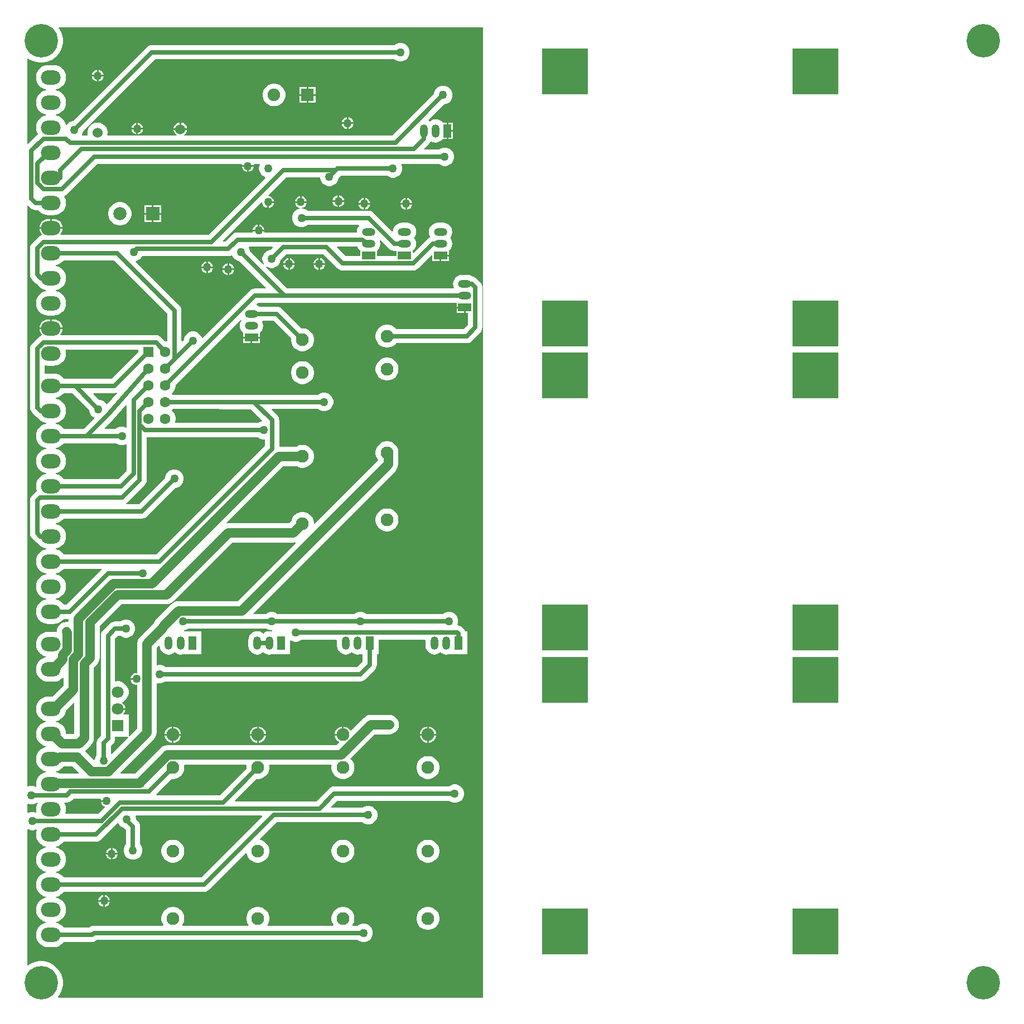
<source format=gbl>
G04*
G04 #@! TF.GenerationSoftware,Altium Limited,Altium Designer,22.3.1 (43)*
G04*
G04 Layer_Physical_Order=4*
G04 Layer_Color=16711680*
%FSLAX25Y25*%
%MOIN*%
G70*
G04*
G04 #@! TF.SameCoordinates,858DE3B6-85AC-4B40-B280-C04C9E7F73BC*
G04*
G04*
G04 #@! TF.FilePolarity,Positive*
G04*
G01*
G75*
%ADD27R,0.07874X0.07874*%
%ADD63C,0.02500*%
%ADD64C,0.05500*%
%ADD68R,0.27559X0.27559*%
%ADD69R,0.07087X0.07087*%
%ADD70C,0.07087*%
%ADD71C,0.06299*%
%ADD72R,0.06299X0.06299*%
%ADD73O,0.04724X0.07874*%
%ADD74R,0.04724X0.07874*%
%ADD75O,0.11811X0.08661*%
%ADD76C,0.07480*%
%ADD77R,0.07480X0.07480*%
%ADD78C,0.07677*%
%ADD79R,0.07874X0.04724*%
%ADD80O,0.07874X0.04724*%
%ADD81C,0.20000*%
%ADD82C,0.07874*%
%ADD83C,0.05000*%
%ADD84C,0.06000*%
G36*
X278000Y5000D02*
X24073D01*
X23833Y5500D01*
X24898Y6966D01*
X25827Y8789D01*
X26459Y10735D01*
X26779Y12756D01*
Y14803D01*
X26459Y16824D01*
X25827Y18770D01*
X24898Y20593D01*
X23695Y22248D01*
X22248Y23695D01*
X20593Y24898D01*
X18770Y25827D01*
X16824Y26459D01*
X14803Y26779D01*
X12756D01*
X10735Y26459D01*
X8789Y25827D01*
X6966Y24898D01*
X5945Y24157D01*
X5500Y24384D01*
Y105381D01*
X5933Y105631D01*
X6377Y105375D01*
X7776Y105000D01*
X9224D01*
X10623Y105375D01*
X10871Y105518D01*
X11258Y105164D01*
X10886Y103937D01*
X10744Y102500D01*
X10886Y101063D01*
X11305Y99681D01*
X11986Y98408D01*
X12902Y97291D01*
X14018Y96375D01*
X15292Y95695D01*
X16673Y95275D01*
X16918Y95251D01*
Y94749D01*
X16673Y94725D01*
X15292Y94305D01*
X14018Y93625D01*
X12902Y92709D01*
X11986Y91592D01*
X11305Y90319D01*
X10886Y88937D01*
X10744Y87500D01*
X10886Y86063D01*
X11305Y84681D01*
X11986Y83407D01*
X12902Y82291D01*
X14018Y81375D01*
X15292Y80695D01*
X16673Y80275D01*
X16918Y80251D01*
Y79749D01*
X16673Y79725D01*
X15292Y79305D01*
X14018Y78625D01*
X12902Y77709D01*
X11986Y76592D01*
X11305Y75319D01*
X10886Y73937D01*
X10744Y72500D01*
X10886Y71063D01*
X11305Y69681D01*
X11986Y68407D01*
X12902Y67291D01*
X14018Y66375D01*
X15292Y65694D01*
X16673Y65275D01*
X16918Y65251D01*
Y64749D01*
X16673Y64725D01*
X15292Y64305D01*
X14018Y63625D01*
X12902Y62709D01*
X11986Y61592D01*
X11305Y60319D01*
X10886Y58937D01*
X10744Y57500D01*
X10886Y56063D01*
X11305Y54681D01*
X11986Y53408D01*
X12902Y52291D01*
X14018Y51375D01*
X15292Y50695D01*
X16673Y50275D01*
X16918Y50251D01*
Y49749D01*
X16673Y49725D01*
X15292Y49305D01*
X14018Y48625D01*
X12902Y47709D01*
X11986Y46592D01*
X11305Y45319D01*
X10886Y43937D01*
X10744Y42500D01*
X10886Y41063D01*
X11305Y39681D01*
X11986Y38407D01*
X12902Y37291D01*
X14018Y36375D01*
X15292Y35695D01*
X16673Y35275D01*
X18110Y35134D01*
X21260D01*
X22697Y35275D01*
X24079Y35695D01*
X25352Y36375D01*
X26469Y37291D01*
X27225Y38213D01*
X44200D01*
X45309Y38359D01*
X46343Y38788D01*
X47159Y39414D01*
X203008D01*
X203123Y39299D01*
X204377Y38575D01*
X205776Y38200D01*
X207224D01*
X208623Y38575D01*
X209877Y39299D01*
X210901Y40323D01*
X211625Y41577D01*
X212000Y42976D01*
Y44425D01*
X211625Y45823D01*
X210901Y47077D01*
X209877Y48101D01*
X208623Y48825D01*
X207224Y49200D01*
X205776D01*
X204377Y48825D01*
X203123Y48101D01*
X203008Y47987D01*
X200011D01*
X199776Y48428D01*
X200227Y49103D01*
X200742Y50348D01*
X201005Y51669D01*
Y53016D01*
X200742Y54337D01*
X200227Y55582D01*
X199478Y56702D01*
X198526Y57654D01*
X197406Y58403D01*
X196161Y58918D01*
X194840Y59181D01*
X193493D01*
X192172Y58918D01*
X190927Y58403D01*
X189807Y57654D01*
X188855Y56702D01*
X188106Y55582D01*
X187591Y54337D01*
X187328Y53016D01*
Y51669D01*
X187591Y50348D01*
X188106Y49103D01*
X188558Y48428D01*
X188322Y47987D01*
X149178D01*
X148942Y48428D01*
X149394Y49103D01*
X149909Y50348D01*
X150172Y51669D01*
Y53016D01*
X149909Y54337D01*
X149394Y55582D01*
X148645Y56702D01*
X147693Y57654D01*
X146573Y58403D01*
X145328Y58918D01*
X144007Y59181D01*
X142660D01*
X141339Y58918D01*
X140094Y58403D01*
X138974Y57654D01*
X138022Y56702D01*
X137273Y55582D01*
X136758Y54337D01*
X136495Y53016D01*
Y51669D01*
X136758Y50348D01*
X137273Y49103D01*
X137724Y48428D01*
X137489Y47987D01*
X98345D01*
X98109Y48428D01*
X98560Y49103D01*
X99076Y50348D01*
X99339Y51669D01*
Y53016D01*
X99076Y54337D01*
X98560Y55582D01*
X97812Y56702D01*
X96859Y57654D01*
X95739Y58403D01*
X94495Y58918D01*
X93173Y59181D01*
X91826D01*
X90505Y58918D01*
X89261Y58403D01*
X88141Y57654D01*
X87188Y56702D01*
X86440Y55582D01*
X85924Y54337D01*
X85661Y53016D01*
Y51669D01*
X85924Y50348D01*
X86440Y49103D01*
X86891Y48428D01*
X86655Y47987D01*
X45400D01*
X44291Y47841D01*
X43257Y47413D01*
X42441Y46787D01*
X27225D01*
X26469Y47709D01*
X25352Y48625D01*
X24079Y49305D01*
X22697Y49725D01*
X22452Y49749D01*
Y50251D01*
X22697Y50275D01*
X24079Y50695D01*
X25352Y51375D01*
X26469Y52291D01*
X27385Y53408D01*
X28065Y54681D01*
X28485Y56063D01*
X28626Y57500D01*
X28485Y58937D01*
X28065Y60319D01*
X27385Y61592D01*
X26469Y62709D01*
X25352Y63625D01*
X24079Y64305D01*
X22697Y64725D01*
X22452Y64749D01*
Y65251D01*
X22697Y65275D01*
X24079Y65694D01*
X25352Y66375D01*
X26469Y67291D01*
X27225Y68213D01*
X111199D01*
X112309Y68359D01*
X113343Y68788D01*
X114231Y69469D01*
X136135Y91374D01*
X136614Y91228D01*
X136758Y90505D01*
X137273Y89261D01*
X138022Y88141D01*
X138974Y87188D01*
X140094Y86440D01*
X141339Y85924D01*
X142660Y85661D01*
X144007D01*
X145328Y85924D01*
X146573Y86440D01*
X147693Y87188D01*
X148645Y88141D01*
X149394Y89261D01*
X149909Y90505D01*
X150172Y91826D01*
Y93173D01*
X149909Y94495D01*
X149394Y95739D01*
X148645Y96859D01*
X147693Y97812D01*
X146573Y98560D01*
X145328Y99076D01*
X144605Y99220D01*
X144460Y99698D01*
X154575Y109814D01*
X205808D01*
X205923Y109699D01*
X207177Y108975D01*
X208576Y108600D01*
X210024D01*
X211423Y108975D01*
X212677Y109699D01*
X213701Y110723D01*
X214425Y111977D01*
X214800Y113376D01*
Y114824D01*
X214425Y116223D01*
X213701Y117477D01*
X212677Y118501D01*
X211423Y119226D01*
X210024Y119600D01*
X208576D01*
X207177Y119226D01*
X205923Y118501D01*
X205808Y118387D01*
X187202D01*
X187011Y118849D01*
X190775Y122614D01*
X257508D01*
X257623Y122499D01*
X258877Y121775D01*
X260276Y121400D01*
X261724D01*
X263123Y121775D01*
X264377Y122499D01*
X265401Y123523D01*
X266125Y124777D01*
X266500Y126176D01*
Y127624D01*
X266125Y129023D01*
X265401Y130277D01*
X264377Y131301D01*
X263123Y132026D01*
X261724Y132400D01*
X260276D01*
X258877Y132026D01*
X257623Y131301D01*
X257508Y131187D01*
X189000D01*
X187890Y131041D01*
X186856Y130613D01*
X185969Y129931D01*
X178324Y122287D01*
X129836D01*
X129645Y122749D01*
X142574Y135678D01*
X142660Y135661D01*
X144007D01*
X145328Y135924D01*
X146573Y136440D01*
X147693Y137188D01*
X148645Y138141D01*
X149394Y139261D01*
X149909Y140505D01*
X150172Y141826D01*
Y143174D01*
X150027Y143902D01*
X150344Y144289D01*
X187156D01*
X187473Y143902D01*
X187328Y143174D01*
Y141826D01*
X187591Y140505D01*
X188106Y139261D01*
X188855Y138141D01*
X189807Y137188D01*
X190927Y136440D01*
X192172Y135924D01*
X193493Y135661D01*
X194840D01*
X196161Y135924D01*
X197406Y136440D01*
X198526Y137188D01*
X199478Y138141D01*
X200227Y139261D01*
X200742Y140505D01*
X201005Y141826D01*
Y143174D01*
X200742Y144495D01*
X200227Y145739D01*
X199478Y146859D01*
X198627Y147711D01*
X213216Y162301D01*
X221800D01*
X223301Y162498D01*
X224700Y163078D01*
X225901Y163999D01*
X226822Y165201D01*
X227402Y166599D01*
X227599Y168100D01*
X227402Y169601D01*
X226822Y171000D01*
X225901Y172201D01*
X224700Y173123D01*
X223301Y173702D01*
X221800Y173900D01*
X210814D01*
X209313Y173702D01*
X207914Y173123D01*
X206713Y172201D01*
X198925Y164413D01*
X198429Y164479D01*
X198038Y165156D01*
X197138Y166057D01*
X196034Y166694D01*
X194804Y167024D01*
X194667D01*
Y162185D01*
X194167D01*
Y161685D01*
X189328D01*
Y161548D01*
X189658Y160317D01*
X190295Y159214D01*
X191196Y158313D01*
X191873Y157922D01*
X191938Y157426D01*
X190400Y155888D01*
X89357D01*
X87856Y155691D01*
X86457Y155111D01*
X85256Y154190D01*
X69966Y138900D01*
X61274D01*
X61083Y139362D01*
X81101Y159380D01*
X82023Y160581D01*
X82602Y161980D01*
X82800Y163481D01*
Y192667D01*
X83196Y192971D01*
X83776Y192816D01*
X85224D01*
X86623Y193191D01*
X87877Y193915D01*
X87991Y194029D01*
X204431D01*
X205540Y194175D01*
X206574Y194604D01*
X207462Y195285D01*
X213146Y200969D01*
X213828Y201857D01*
X214256Y202891D01*
X214402Y204000D01*
Y210063D01*
X215478D01*
Y218914D01*
X243208D01*
X243505Y218575D01*
Y215425D01*
X243689Y214025D01*
X244230Y212721D01*
X245089Y211601D01*
X246209Y210741D01*
X247514Y210201D01*
X248913Y210017D01*
X250313Y210201D01*
X251618Y210741D01*
X252457Y211385D01*
X253296Y210741D01*
X254600Y210201D01*
X256000Y210017D01*
X257224Y210178D01*
X257724Y210063D01*
Y210063D01*
X268449D01*
Y223937D01*
X267133D01*
X266799Y224744D01*
X266118Y225631D01*
X265518Y226232D01*
X264630Y226913D01*
X263596Y227341D01*
X262942Y227427D01*
X262745Y227707D01*
X262650Y227970D01*
X263000Y229276D01*
Y230725D01*
X262625Y232123D01*
X261901Y233378D01*
X260877Y234402D01*
X259623Y235126D01*
X258224Y235501D01*
X256776D01*
X255377Y235126D01*
X254123Y234402D01*
X254009Y234287D01*
X207992D01*
X207877Y234402D01*
X206623Y235126D01*
X205224Y235501D01*
X203776D01*
X202377Y235126D01*
X201123Y234402D01*
X201009Y234287D01*
X154922D01*
X154877Y234332D01*
X153623Y235056D01*
X152224Y235431D01*
X150776D01*
X149377Y235056D01*
X148123Y234332D01*
X148009Y234218D01*
X140573D01*
X140382Y234680D01*
X225382Y319680D01*
X226304Y320881D01*
X226883Y322280D01*
X227080Y323781D01*
Y328337D01*
X227047Y328593D01*
X227076Y328663D01*
X227339Y329984D01*
Y331331D01*
X227076Y332652D01*
X226560Y333897D01*
X225812Y335017D01*
X224859Y335969D01*
X223739Y336718D01*
X222495Y337233D01*
X221174Y337496D01*
X219827D01*
X218505Y337233D01*
X217261Y336718D01*
X216141Y335969D01*
X215188Y335017D01*
X214440Y333897D01*
X213924Y332652D01*
X213661Y331331D01*
Y329984D01*
X213924Y328663D01*
X214440Y327418D01*
X215188Y326298D01*
X215392Y326094D01*
X177339Y288040D01*
X176839Y288248D01*
Y289016D01*
X176576Y290337D01*
X176060Y291582D01*
X175312Y292702D01*
X174359Y293654D01*
X173239Y294403D01*
X171995Y294918D01*
X170674Y295181D01*
X169326D01*
X168005Y294918D01*
X166761Y294403D01*
X165641Y293654D01*
X164688Y292702D01*
X163940Y291582D01*
X163424Y290337D01*
X163333Y289877D01*
X161958Y288502D01*
X125433D01*
X124788Y288417D01*
X124567Y288866D01*
X158402Y322700D01*
X166371D01*
X166761Y322440D01*
X168005Y321924D01*
X169326Y321661D01*
X170674D01*
X171995Y321924D01*
X173239Y322440D01*
X174359Y323188D01*
X175312Y324141D01*
X176060Y325261D01*
X176576Y326505D01*
X176839Y327826D01*
Y329173D01*
X176576Y330495D01*
X176060Y331739D01*
X175312Y332859D01*
X174359Y333812D01*
X173239Y334560D01*
X171995Y335076D01*
X170674Y335338D01*
X169326D01*
X168005Y335076D01*
X166761Y334560D01*
X166371Y334300D01*
X156087D01*
Y350100D01*
X156085Y350110D01*
X156086Y350120D01*
X156012Y350665D01*
X155940Y351210D01*
X155937Y351219D01*
X155935Y351229D01*
X155723Y351736D01*
X155512Y352244D01*
X155506Y352252D01*
X155502Y352261D01*
X155166Y352695D01*
X154831Y353132D01*
X154823Y353137D01*
X154817Y353145D01*
X151683Y356251D01*
X151873Y356713D01*
X179408D01*
X179523Y356599D01*
X180777Y355875D01*
X182176Y355500D01*
X183624D01*
X185023Y355875D01*
X186277Y356599D01*
X187301Y357623D01*
X188025Y358877D01*
X188400Y360276D01*
Y361724D01*
X188025Y363123D01*
X187301Y364377D01*
X186277Y365401D01*
X185023Y366125D01*
X183624Y366500D01*
X182176D01*
X180777Y366125D01*
X179523Y365401D01*
X179408Y365287D01*
X92410D01*
X92013Y365684D01*
X91958Y366000D01*
X92013Y366316D01*
X92777Y367080D01*
X93450Y368087D01*
X93913Y369206D01*
X94150Y370394D01*
Y371087D01*
X132960Y409898D01*
X133558Y409789D01*
X133582Y409735D01*
X133241Y409291D01*
X132701Y407986D01*
X132517Y406587D01*
X132701Y405187D01*
X133241Y403882D01*
X134101Y402762D01*
X134563Y402408D01*
Y400000D01*
X139500D01*
X144437D01*
Y402408D01*
X144899Y402762D01*
X145759Y403882D01*
X146299Y405187D01*
X146483Y406587D01*
X146299Y407986D01*
X145926Y408886D01*
X146260Y409386D01*
X152736D01*
X163179Y398944D01*
X163161Y398858D01*
Y397511D01*
X163424Y396190D01*
X163940Y394946D01*
X164688Y393826D01*
X165641Y392873D01*
X166761Y392125D01*
X168005Y391609D01*
X169326Y391346D01*
X170674D01*
X171995Y391609D01*
X173239Y392125D01*
X174359Y392873D01*
X175312Y393826D01*
X176060Y394946D01*
X176576Y396190D01*
X176839Y397511D01*
Y398858D01*
X176576Y400180D01*
X176060Y401424D01*
X175312Y402544D01*
X174359Y403497D01*
X173239Y404245D01*
X171995Y404761D01*
X170674Y405023D01*
X169326D01*
X169241Y405007D01*
X157543Y416704D01*
X156655Y417385D01*
X155621Y417814D01*
X154512Y417960D01*
X144297D01*
X143779Y418357D01*
X142611Y418841D01*
X142422Y419359D01*
X143276Y420213D01*
X262063D01*
Y417913D01*
X267000D01*
Y417413D01*
X267500D01*
Y414051D01*
X268913D01*
Y407276D01*
X266266Y404629D01*
X225860D01*
X225812Y404702D01*
X224859Y405654D01*
X223739Y406403D01*
X222495Y406918D01*
X221174Y407181D01*
X219827D01*
X218505Y406918D01*
X217261Y406403D01*
X216141Y405654D01*
X215188Y404702D01*
X214440Y403582D01*
X213924Y402337D01*
X213661Y401016D01*
Y399669D01*
X213924Y398348D01*
X214440Y397103D01*
X215188Y395983D01*
X216141Y395031D01*
X217261Y394282D01*
X218505Y393767D01*
X219827Y393504D01*
X221174D01*
X222495Y393767D01*
X223739Y394282D01*
X224859Y395031D01*
X225812Y395983D01*
X225860Y396056D01*
X268042D01*
X269151Y396202D01*
X270185Y396630D01*
X271073Y397311D01*
X276231Y402469D01*
X276912Y403357D01*
X277340Y404391D01*
X277486Y405500D01*
Y429600D01*
X277340Y430710D01*
X276912Y431744D01*
X276231Y432631D01*
X274245Y434618D01*
X273357Y435299D01*
X272323Y435727D01*
X271917Y435781D01*
X271279Y436270D01*
X269975Y436811D01*
X268575Y436995D01*
X265425D01*
X264025Y436811D01*
X262721Y436270D01*
X261601Y435411D01*
X260741Y434291D01*
X260201Y432986D01*
X260017Y431587D01*
X260201Y430187D01*
X260574Y429287D01*
X260240Y428787D01*
X160901D01*
X148224Y441463D01*
X148532Y441863D01*
X149377Y441375D01*
X150776Y441000D01*
X152224D01*
X153623Y441375D01*
X154877Y442099D01*
X155901Y443123D01*
X156625Y444377D01*
X157000Y445776D01*
Y445938D01*
X160276Y449214D01*
X182524D01*
X190969Y440769D01*
X191856Y440088D01*
X192890Y439660D01*
X194000Y439514D01*
X236200D01*
X237309Y439660D01*
X238343Y440088D01*
X239231Y440769D01*
X247101Y448639D01*
X247563Y448448D01*
Y445138D01*
X252000D01*
Y448500D01*
X252500D01*
Y449000D01*
X257437D01*
Y451408D01*
X257899Y451762D01*
X258759Y452882D01*
X259299Y454187D01*
X259483Y455587D01*
X259299Y456986D01*
X258759Y458291D01*
X258115Y459130D01*
X258759Y459969D01*
X259299Y461273D01*
X259483Y462673D01*
X259299Y464073D01*
X258759Y465377D01*
X257899Y466498D01*
X256779Y467357D01*
X255475Y467897D01*
X254075Y468082D01*
X250925D01*
X249525Y467897D01*
X248221Y467357D01*
X247101Y466498D01*
X246241Y465377D01*
X245701Y464073D01*
X245517Y462673D01*
X245701Y461273D01*
X246229Y460000D01*
X246266Y459840D01*
X246156Y459429D01*
X245843Y459299D01*
X244955Y458618D01*
X236399Y450062D01*
X235937Y450253D01*
Y451408D01*
X236399Y451762D01*
X237259Y452882D01*
X237799Y454187D01*
X237983Y455587D01*
X237799Y456986D01*
X237259Y458291D01*
X236615Y459130D01*
X237259Y459969D01*
X237799Y461273D01*
X237983Y462673D01*
X237799Y464073D01*
X237259Y465377D01*
X236399Y466498D01*
X235279Y467357D01*
X233975Y467897D01*
X232575Y468082D01*
X229425D01*
X228025Y467897D01*
X226721Y467357D01*
X225601Y466498D01*
X224741Y465377D01*
X224201Y464073D01*
X224071Y463085D01*
X223543Y462906D01*
X212417Y474031D01*
X211529Y474713D01*
X210495Y475141D01*
X209386Y475287D01*
X172891D01*
X172777Y475401D01*
X171523Y476126D01*
X170124Y476500D01*
X169462D01*
X169461Y477000D01*
X170351Y477239D01*
X171149Y477699D01*
X171801Y478351D01*
X172262Y479149D01*
X172490Y480000D01*
X165510D01*
X165738Y479149D01*
X166199Y478351D01*
X166851Y477699D01*
X167649Y477239D01*
X168539Y477000D01*
X168675D01*
X168676Y476500D01*
X167277Y476126D01*
X166023Y475401D01*
X164999Y474377D01*
X164275Y473123D01*
X163900Y471725D01*
Y470276D01*
X164275Y468878D01*
X164999Y467623D01*
X166023Y466599D01*
X167277Y465875D01*
X168676Y465500D01*
X170124D01*
X171523Y465875D01*
X172777Y466599D01*
X172891Y466714D01*
X203636D01*
X203883Y466214D01*
X203241Y465377D01*
X202701Y464073D01*
X202517Y462673D01*
X202518Y462663D01*
X202188Y462287D01*
X147459D01*
X147155Y462684D01*
X147240Y463000D01*
X140261D01*
X140345Y462684D01*
X140041Y462287D01*
X131100D01*
X129990Y462141D01*
X128956Y461713D01*
X128069Y461031D01*
X123824Y456787D01*
X122502D01*
X122311Y457249D01*
X145538Y480476D01*
X146000Y480285D01*
Y480039D01*
X146239Y479149D01*
X146699Y478351D01*
X147351Y477699D01*
X148149Y477239D01*
X149000Y477010D01*
Y480500D01*
X149500D01*
Y481000D01*
X152989D01*
X152761Y481851D01*
X152301Y482649D01*
X151649Y483301D01*
X150851Y483761D01*
X149961Y484000D01*
X149715D01*
X149524Y484462D01*
X160275Y495214D01*
X180500D01*
Y494776D01*
X180875Y493377D01*
X181599Y492123D01*
X182623Y491099D01*
X183877Y490375D01*
X185276Y490000D01*
X186724D01*
X188123Y490375D01*
X189377Y491099D01*
X190401Y492123D01*
X191125Y493377D01*
X191500Y494776D01*
Y494938D01*
X192776Y496213D01*
X220509D01*
X220623Y496099D01*
X221877Y495375D01*
X223276Y495000D01*
X224724D01*
X226123Y495375D01*
X227377Y496099D01*
X228401Y497123D01*
X229125Y498377D01*
X229500Y499776D01*
Y501224D01*
X229125Y502623D01*
X229034Y502780D01*
X229284Y503213D01*
X251508D01*
X251623Y503099D01*
X252877Y502375D01*
X254276Y502000D01*
X255724D01*
X257123Y502375D01*
X258377Y503099D01*
X259401Y504123D01*
X260125Y505377D01*
X260500Y506776D01*
Y508224D01*
X260125Y509623D01*
X259401Y510877D01*
X258377Y511901D01*
X257123Y512625D01*
X255724Y513000D01*
X254276D01*
X252877Y512625D01*
X251623Y511901D01*
X251508Y511787D01*
X242702D01*
X242510Y512249D01*
X245531Y515269D01*
X246212Y516157D01*
X246401Y516612D01*
X246638Y516676D01*
X246979Y516701D01*
X248187Y516201D01*
X249587Y516017D01*
X250986Y516201D01*
X252291Y516741D01*
X253411Y517601D01*
X253766Y518063D01*
X256173D01*
Y523000D01*
Y527937D01*
X253766D01*
X253411Y528399D01*
X252291Y529259D01*
X250986Y529799D01*
X249587Y529983D01*
X248187Y529799D01*
X246882Y529259D01*
X246043Y528615D01*
X245444Y529075D01*
X245358Y529696D01*
X254562Y538900D01*
X254724D01*
X256123Y539275D01*
X257377Y539999D01*
X258401Y541023D01*
X259125Y542277D01*
X259500Y543676D01*
Y545124D01*
X259125Y546523D01*
X258401Y547778D01*
X257377Y548802D01*
X256123Y549526D01*
X254724Y549900D01*
X253276D01*
X251877Y549526D01*
X250623Y548802D01*
X249599Y547778D01*
X248875Y546523D01*
X248500Y545124D01*
Y544963D01*
X223674Y520137D01*
X99309D01*
X99175Y520637D01*
X99456Y520799D01*
X100201Y521544D01*
X100727Y522456D01*
X101000Y523473D01*
Y523500D01*
X93000D01*
Y523473D01*
X93273Y522456D01*
X93799Y521544D01*
X94544Y520799D01*
X94825Y520637D01*
X94691Y520137D01*
X53750D01*
X53346Y520637D01*
X53500Y521409D01*
Y522591D01*
X53269Y523750D01*
X52817Y524842D01*
X52161Y525825D01*
X51325Y526660D01*
X50342Y527317D01*
X49250Y527769D01*
X48091Y528000D01*
X46909D01*
X45750Y527769D01*
X44658Y527317D01*
X43675Y526660D01*
X42840Y525825D01*
X42183Y524842D01*
X41731Y523750D01*
X41500Y522591D01*
Y521409D01*
X41654Y520637D01*
X41250Y520137D01*
X38409D01*
X38159Y520570D01*
X38625Y521377D01*
X39000Y522776D01*
Y522938D01*
X81776Y565713D01*
X225009D01*
X225123Y565599D01*
X226377Y564875D01*
X227776Y564500D01*
X229224D01*
X230623Y564875D01*
X231877Y565599D01*
X232901Y566623D01*
X233625Y567877D01*
X234000Y569276D01*
Y570724D01*
X233625Y572123D01*
X232901Y573377D01*
X231877Y574401D01*
X230623Y575125D01*
X229224Y575500D01*
X227776D01*
X226377Y575125D01*
X225123Y574401D01*
X225009Y574287D01*
X80000D01*
X78891Y574141D01*
X77857Y573712D01*
X76969Y573031D01*
X32938Y529000D01*
X32776D01*
X31377Y528625D01*
X30123Y527901D01*
X29099Y526877D01*
X28940Y526601D01*
X28398Y526663D01*
X28065Y527760D01*
X27385Y529033D01*
X26469Y530150D01*
X25352Y531066D01*
X24079Y531746D01*
X22697Y532166D01*
X22452Y532190D01*
Y532692D01*
X22697Y532716D01*
X24079Y533136D01*
X25352Y533816D01*
X26469Y534732D01*
X27385Y535849D01*
X28065Y537122D01*
X28485Y538504D01*
X28626Y539941D01*
X28485Y541378D01*
X28065Y542760D01*
X27385Y544033D01*
X26469Y545150D01*
X25352Y546066D01*
X24079Y546746D01*
X22697Y547166D01*
X22452Y547190D01*
Y547692D01*
X22697Y547716D01*
X24079Y548136D01*
X25352Y548816D01*
X26469Y549732D01*
X27385Y550848D01*
X28065Y552122D01*
X28485Y553504D01*
X28626Y554941D01*
X28485Y556378D01*
X28065Y557760D01*
X27385Y559033D01*
X26469Y560150D01*
X25352Y561066D01*
X24079Y561746D01*
X22697Y562166D01*
X21260Y562307D01*
X18110D01*
X16673Y562166D01*
X15292Y561746D01*
X14018Y561066D01*
X12902Y560150D01*
X11986Y559033D01*
X11305Y557760D01*
X10886Y556378D01*
X10744Y554941D01*
X10886Y553504D01*
X11305Y552122D01*
X11986Y550848D01*
X12902Y549732D01*
X14018Y548816D01*
X15292Y548136D01*
X16673Y547716D01*
X16918Y547692D01*
Y547190D01*
X16673Y547166D01*
X15292Y546746D01*
X14018Y546066D01*
X12902Y545150D01*
X11986Y544033D01*
X11305Y542760D01*
X10886Y541378D01*
X10744Y539941D01*
X10886Y538504D01*
X11305Y537122D01*
X11986Y535849D01*
X12902Y534732D01*
X14018Y533816D01*
X15292Y533136D01*
X16673Y532716D01*
X16918Y532692D01*
Y532190D01*
X16673Y532166D01*
X15292Y531746D01*
X14018Y531066D01*
X12902Y530150D01*
X11986Y529033D01*
X11305Y527760D01*
X10886Y526378D01*
X10744Y524941D01*
X10886Y523504D01*
X11305Y522122D01*
X11881Y521044D01*
X5962Y515125D01*
X5500Y515316D01*
Y566167D01*
X5945Y566395D01*
X6966Y565653D01*
X8789Y564724D01*
X10735Y564092D01*
X12756Y563772D01*
X14803D01*
X16824Y564092D01*
X18770Y564724D01*
X20593Y565653D01*
X22248Y566856D01*
X23695Y568303D01*
X24898Y569958D01*
X25827Y571781D01*
X26459Y573728D01*
X26779Y575749D01*
Y577795D01*
X26459Y579816D01*
X25827Y581762D01*
X24898Y583585D01*
X24194Y584554D01*
X24421Y585000D01*
X278000D01*
Y5000D01*
D02*
G37*
G36*
X144466Y502780D02*
X144375Y502623D01*
X144000Y501224D01*
Y499776D01*
X144375Y498377D01*
X145099Y497123D01*
X146123Y496099D01*
X147377Y495375D01*
X147631Y495307D01*
X147761Y494824D01*
X113824Y460887D01*
X25499D01*
X25252Y461387D01*
X25916Y462253D01*
X26454Y463549D01*
X26571Y464441D01*
X19685D01*
X12799D01*
X12917Y463549D01*
X13454Y462253D01*
X14214Y461262D01*
X14114Y460839D01*
X14036Y460718D01*
X13057Y460313D01*
X12169Y459631D01*
X8469Y455932D01*
X7787Y455044D01*
X7359Y454010D01*
X7213Y452900D01*
Y437041D01*
X7359Y435931D01*
X7787Y434898D01*
X8469Y434010D01*
X10569Y431910D01*
X11456Y431229D01*
X11875Y431055D01*
X11986Y430849D01*
X12902Y429732D01*
X14018Y428816D01*
X15292Y428135D01*
X16673Y427716D01*
X16918Y427692D01*
Y427190D01*
X16673Y427166D01*
X15292Y426746D01*
X14018Y426066D01*
X12902Y425150D01*
X11986Y424033D01*
X11305Y422760D01*
X10886Y421378D01*
X10744Y419941D01*
X10886Y418504D01*
X11305Y417122D01*
X11986Y415848D01*
X12902Y414732D01*
X14018Y413816D01*
X15292Y413135D01*
X16673Y412716D01*
X18110Y412575D01*
X21260D01*
X22697Y412716D01*
X24079Y413135D01*
X25352Y413816D01*
X26469Y414732D01*
X27385Y415848D01*
X28065Y417122D01*
X28485Y418504D01*
X28626Y419941D01*
X28485Y421378D01*
X28065Y422760D01*
X27385Y424033D01*
X26469Y425150D01*
X25352Y426066D01*
X24079Y426746D01*
X22697Y427166D01*
X22452Y427190D01*
Y427692D01*
X22697Y427716D01*
X24079Y428135D01*
X25352Y428816D01*
X26469Y429732D01*
X27385Y430849D01*
X28065Y432122D01*
X28485Y433504D01*
X28626Y434941D01*
X28485Y436378D01*
X28065Y437760D01*
X27385Y439033D01*
X26469Y440150D01*
X25352Y441066D01*
X24079Y441746D01*
X22697Y442166D01*
X22452Y442190D01*
Y442692D01*
X22697Y442716D01*
X24079Y443135D01*
X25352Y443816D01*
X26469Y444732D01*
X27225Y445654D01*
X57284D01*
X89113Y413825D01*
Y397443D01*
X88727Y397126D01*
X88606Y397150D01*
X87913D01*
X85431Y399632D01*
X84543Y400313D01*
X83509Y400741D01*
X82400Y400887D01*
X25499D01*
X25252Y401387D01*
X25916Y402253D01*
X26454Y403549D01*
X26571Y404441D01*
X19685D01*
X12799D01*
X12917Y403549D01*
X13454Y402253D01*
X14214Y401262D01*
X14114Y400839D01*
X14036Y400718D01*
X13057Y400313D01*
X12169Y399632D01*
X8469Y395932D01*
X7787Y395044D01*
X7359Y394010D01*
X7213Y392900D01*
Y357600D01*
X7359Y356491D01*
X7787Y355457D01*
X8469Y354569D01*
X10419Y352618D01*
X11307Y351937D01*
X11918Y351684D01*
X11986Y351557D01*
X12902Y350441D01*
X14018Y349525D01*
X15292Y348844D01*
X16673Y348425D01*
X16918Y348401D01*
Y347898D01*
X16673Y347874D01*
X15292Y347455D01*
X14018Y346774D01*
X12902Y345858D01*
X11986Y344742D01*
X11305Y343468D01*
X10886Y342087D01*
X10744Y340650D01*
X10886Y339212D01*
X11305Y337831D01*
X11986Y336557D01*
X12902Y335441D01*
X14018Y334525D01*
X15292Y333844D01*
X16673Y333425D01*
X16918Y333401D01*
Y332898D01*
X16673Y332874D01*
X15292Y332455D01*
X14018Y331774D01*
X12902Y330858D01*
X11986Y329742D01*
X11305Y328468D01*
X10886Y327087D01*
X10744Y325650D01*
X10886Y324213D01*
X11305Y322831D01*
X11986Y321557D01*
X12902Y320441D01*
X14018Y319525D01*
X15292Y318844D01*
X16673Y318425D01*
X16918Y318401D01*
Y317898D01*
X16673Y317874D01*
X15292Y317455D01*
X14018Y316774D01*
X12902Y315858D01*
X11986Y314742D01*
X11305Y313469D01*
X10886Y312087D01*
X10744Y310650D01*
X10886Y309212D01*
X11305Y307831D01*
X11281Y307764D01*
X11156Y307713D01*
X10269Y307031D01*
X8469Y305231D01*
X7787Y304344D01*
X7359Y303310D01*
X7213Y302200D01*
Y282400D01*
X7359Y281291D01*
X7787Y280257D01*
X8469Y279369D01*
X10220Y277618D01*
X11107Y276937D01*
X11975Y276578D01*
X11986Y276557D01*
X12902Y275441D01*
X14018Y274525D01*
X15292Y273844D01*
X16673Y273425D01*
X16918Y273401D01*
Y272898D01*
X16673Y272874D01*
X15292Y272455D01*
X14018Y271774D01*
X12902Y270858D01*
X11986Y269742D01*
X11305Y268468D01*
X10886Y267087D01*
X10744Y265650D01*
X10886Y264212D01*
X11305Y262831D01*
X11986Y261557D01*
X12902Y260441D01*
X14018Y259525D01*
X15292Y258844D01*
X16673Y258425D01*
X16918Y258401D01*
Y257898D01*
X16673Y257874D01*
X15292Y257455D01*
X14018Y256774D01*
X12902Y255858D01*
X11986Y254742D01*
X11305Y253468D01*
X10886Y252087D01*
X10744Y250650D01*
X10886Y249213D01*
X11305Y247831D01*
X11986Y246557D01*
X12902Y245441D01*
X14018Y244525D01*
X15292Y243844D01*
X16673Y243425D01*
X16918Y243401D01*
Y242898D01*
X16673Y242874D01*
X15292Y242455D01*
X14018Y241774D01*
X12902Y240858D01*
X11986Y239742D01*
X11305Y238469D01*
X10886Y237087D01*
X10744Y235650D01*
X10886Y234212D01*
X11305Y232831D01*
X11986Y231557D01*
X12902Y230441D01*
X14018Y229525D01*
X15292Y228844D01*
X16673Y228425D01*
X18110Y228283D01*
X21260D01*
X22697Y228425D01*
X24079Y228844D01*
X25352Y229525D01*
X26469Y230441D01*
X27225Y231363D01*
X30041D01*
Y229762D01*
X29665Y229432D01*
X28854Y229538D01*
X27353Y229341D01*
X25954Y228762D01*
X24753Y227840D01*
X23832Y226639D01*
X23252Y225240D01*
X23062Y223798D01*
X22979Y223663D01*
X22595Y223396D01*
X21260Y223528D01*
X18110D01*
X16673Y223386D01*
X15292Y222967D01*
X14018Y222286D01*
X12902Y221370D01*
X11986Y220254D01*
X11305Y218980D01*
X10886Y217598D01*
X10744Y216161D01*
X10886Y214724D01*
X11305Y213342D01*
X11986Y212069D01*
X12902Y210953D01*
X14018Y210037D01*
X15292Y209356D01*
X16673Y208937D01*
X16918Y208913D01*
Y208410D01*
X16673Y208386D01*
X15292Y207967D01*
X14018Y207286D01*
X12902Y206370D01*
X11986Y205254D01*
X11305Y203980D01*
X10886Y202598D01*
X10744Y201161D01*
X10886Y199724D01*
X11305Y198343D01*
X11986Y197069D01*
X12902Y195953D01*
X14018Y195037D01*
X15292Y194356D01*
X16673Y193937D01*
X18110Y193795D01*
X21260D01*
X22697Y193937D01*
X24079Y194356D01*
X25352Y195037D01*
X26469Y195953D01*
X26730Y196271D01*
X27200Y196102D01*
Y191642D01*
X20424Y184866D01*
X18110D01*
X16673Y184725D01*
X15292Y184305D01*
X14018Y183625D01*
X12902Y182709D01*
X11986Y181592D01*
X11305Y180319D01*
X10886Y178937D01*
X10744Y177500D01*
X10886Y176063D01*
X11305Y174681D01*
X11986Y173407D01*
X12902Y172291D01*
X14018Y171375D01*
X15292Y170694D01*
X16673Y170275D01*
X16918Y170251D01*
Y169749D01*
X16673Y169725D01*
X15292Y169305D01*
X14018Y168625D01*
X12902Y167709D01*
X11986Y166592D01*
X11305Y165319D01*
X10886Y163937D01*
X10744Y162500D01*
X10886Y161063D01*
X11305Y159681D01*
X11986Y158407D01*
X12902Y157291D01*
X14018Y156375D01*
X15292Y155694D01*
X16673Y155275D01*
X16918Y155251D01*
Y154749D01*
X16673Y154725D01*
X15292Y154305D01*
X14018Y153625D01*
X12902Y152709D01*
X11986Y151592D01*
X11305Y150319D01*
X10886Y148937D01*
X10744Y147500D01*
X10886Y146063D01*
X11305Y144681D01*
X11986Y143407D01*
X12902Y142291D01*
X14018Y141375D01*
X15292Y140694D01*
X16673Y140275D01*
X16918Y140251D01*
Y139749D01*
X16673Y139725D01*
X15292Y139305D01*
X14018Y138625D01*
X12902Y137709D01*
X11986Y136592D01*
X11305Y135319D01*
X10886Y133937D01*
X10744Y132500D01*
X10865Y131274D01*
X10420Y130953D01*
X10123Y131125D01*
X8724Y131500D01*
X7276D01*
X6000Y131158D01*
X5500Y131418D01*
Y478215D01*
X5962Y478406D01*
X7458Y476910D01*
X8346Y476229D01*
X9380Y475800D01*
X10489Y475654D01*
X12145D01*
X12902Y474732D01*
X14018Y473816D01*
X15292Y473136D01*
X16673Y472716D01*
X18110Y472575D01*
X21260D01*
X22697Y472716D01*
X24079Y473136D01*
X25352Y473816D01*
X26469Y474732D01*
X27385Y475848D01*
X28065Y477122D01*
X28485Y478504D01*
X28626Y479941D01*
X28485Y481378D01*
X28065Y482760D01*
X27564Y483698D01*
X27773Y484308D01*
X27782Y484314D01*
X28443Y484588D01*
X29331Y485269D01*
X47275Y503213D01*
X133622D01*
X133926Y502817D01*
X133841Y502500D01*
X140820D01*
X140735Y502817D01*
X141040Y503213D01*
X144216D01*
X144466Y502780D01*
D02*
G37*
G36*
X221769Y452555D02*
X222656Y451874D01*
X223690Y451446D01*
X224800Y451300D01*
X226063D01*
Y448087D01*
X214437D01*
Y451408D01*
X214899Y451762D01*
X215759Y452882D01*
X216299Y454187D01*
X216483Y455587D01*
X216299Y456986D01*
X216065Y457552D01*
X216488Y457836D01*
X221769Y452555D01*
D02*
G37*
G36*
X203241Y452882D02*
X204101Y451762D01*
X204563Y451408D01*
Y448087D01*
X195775D01*
X190611Y453252D01*
X190802Y453714D01*
X202897D01*
X203241Y452882D01*
D02*
G37*
G36*
X152190Y453252D02*
X150938Y452000D01*
X150776D01*
X149377Y451625D01*
X148123Y450901D01*
X147099Y449877D01*
X146375Y448623D01*
X146000Y447224D01*
Y445776D01*
X146375Y444377D01*
X146863Y443532D01*
X146463Y443224D01*
X138600Y451088D01*
Y451250D01*
X138225Y452648D01*
X137860Y453281D01*
X138110Y453714D01*
X151998D01*
X152190Y453252D01*
D02*
G37*
G36*
X127974Y448403D02*
X127990Y448376D01*
X128699Y447148D01*
X129723Y446124D01*
X130977Y445400D01*
X132376Y445025D01*
X132537D01*
X148314Y429249D01*
X148123Y428787D01*
X141500D01*
X140391Y428641D01*
X139357Y428212D01*
X138469Y427531D01*
X110277Y399339D01*
X109794Y399468D01*
X109726Y399723D01*
X109002Y400977D01*
X107977Y402001D01*
X106723Y402726D01*
X105324Y403100D01*
X103876D01*
X102478Y402726D01*
X101223Y402001D01*
X100199Y400977D01*
X99475Y399723D01*
X99100Y398324D01*
Y398163D01*
X98148Y397211D01*
X97686Y397402D01*
Y415600D01*
X97540Y416710D01*
X97112Y417744D01*
X96431Y418632D01*
X70286Y444776D01*
X70416Y445259D01*
X71223Y445475D01*
X72477Y446199D01*
X73501Y447223D01*
X74073Y448214D01*
X125600D01*
X126709Y448360D01*
X127393Y448643D01*
X127974Y448403D01*
D02*
G37*
G36*
X71850Y390913D02*
X55874Y374936D01*
X27225D01*
X26469Y375858D01*
X25352Y376774D01*
X24079Y377455D01*
X22697Y377874D01*
X21260Y378016D01*
X18110D01*
X16673Y377874D01*
X16188Y377727D01*
X15787Y378025D01*
Y382566D01*
X16188Y382863D01*
X16673Y382716D01*
X18110Y382575D01*
X21260D01*
X22697Y382716D01*
X24079Y383136D01*
X25352Y383816D01*
X26469Y384732D01*
X27385Y385848D01*
X28065Y387122D01*
X28485Y388504D01*
X28626Y389941D01*
X28485Y391378D01*
X28323Y391912D01*
X28620Y392314D01*
X71850D01*
Y390913D01*
D02*
G37*
G36*
X59224Y366160D02*
X53266Y359392D01*
X52768Y359442D01*
X52401Y360077D01*
X51377Y361102D01*
X50123Y361826D01*
X48724Y362200D01*
X48562D01*
X44862Y365901D01*
X45053Y366363D01*
X57650D01*
X58759Y366509D01*
X58926Y366578D01*
X59224Y366160D01*
D02*
G37*
G36*
X139132Y356618D02*
X145871Y349941D01*
X145742Y349458D01*
X144877Y349226D01*
X143623Y348501D01*
X143508Y348387D01*
X94024D01*
X93746Y348803D01*
X93913Y349206D01*
X94150Y350394D01*
Y351606D01*
X93913Y352794D01*
X93450Y353913D01*
X92777Y354920D01*
X92013Y355684D01*
X91958Y356000D01*
X92013Y356316D01*
X92410Y356713D01*
X101493D01*
X139132Y356618D01*
D02*
G37*
G36*
X64814Y358827D02*
Y345905D01*
X64381Y345655D01*
X64174Y345775D01*
X62775Y346150D01*
X61326D01*
X59928Y345775D01*
X58674Y345051D01*
X58559Y344936D01*
X51951D01*
X51760Y345398D01*
X56748Y350386D01*
X56831Y350494D01*
X56934Y350584D01*
X64346Y359003D01*
X64814Y358827D01*
D02*
G37*
G36*
X42500Y356138D02*
Y355976D01*
X42875Y354577D01*
X43599Y353323D01*
X44623Y352299D01*
X45480Y351804D01*
X45546Y351308D01*
X39173Y344936D01*
X27225D01*
X26469Y345858D01*
X25352Y346774D01*
X24079Y347455D01*
X22697Y347874D01*
X22452Y347898D01*
Y348401D01*
X22697Y348425D01*
X24079Y348844D01*
X25352Y349525D01*
X26469Y350441D01*
X27385Y351557D01*
X28065Y352831D01*
X28485Y354212D01*
X28626Y355650D01*
X28485Y357087D01*
X28065Y358469D01*
X27385Y359742D01*
X26469Y360858D01*
X25352Y361774D01*
X24079Y362455D01*
X22697Y362874D01*
X22452Y362898D01*
Y363401D01*
X22697Y363425D01*
X24079Y363844D01*
X25352Y364525D01*
X26469Y365441D01*
X27225Y366363D01*
X32275D01*
X42500Y356138D01*
D02*
G37*
G36*
X58674Y336248D02*
X59928Y335524D01*
X61326Y335150D01*
X62775D01*
X64174Y335524D01*
X64381Y335644D01*
X64814Y335394D01*
Y319951D01*
X59799Y314936D01*
X27225D01*
X26469Y315858D01*
X25352Y316774D01*
X24079Y317455D01*
X22697Y317874D01*
X22452Y317898D01*
Y318401D01*
X22697Y318425D01*
X24079Y318844D01*
X25352Y319525D01*
X26469Y320441D01*
X27385Y321557D01*
X28065Y322831D01*
X28485Y324213D01*
X28626Y325650D01*
X28485Y327087D01*
X28065Y328468D01*
X27385Y329742D01*
X26469Y330858D01*
X25352Y331774D01*
X24079Y332455D01*
X22697Y332874D01*
X22452Y332898D01*
Y333401D01*
X22697Y333425D01*
X24079Y333844D01*
X25352Y334525D01*
X26469Y335441D01*
X27225Y336363D01*
X58559D01*
X58674Y336248D01*
D02*
G37*
G36*
X143623Y339699D02*
X144877Y338975D01*
X146276Y338600D01*
X147513D01*
Y334776D01*
X82673Y269936D01*
X27225D01*
X26469Y270858D01*
X25352Y271774D01*
X24079Y272455D01*
X22697Y272874D01*
X22452Y272898D01*
Y273401D01*
X22697Y273425D01*
X24079Y273844D01*
X25352Y274525D01*
X26469Y275441D01*
X27385Y276557D01*
X28065Y277831D01*
X28485Y279212D01*
X28626Y280650D01*
X28485Y282087D01*
X28065Y283469D01*
X27385Y284742D01*
X26469Y285858D01*
X25352Y286774D01*
X24079Y287455D01*
X22697Y287874D01*
X22452Y287898D01*
Y288401D01*
X22697Y288425D01*
X24079Y288844D01*
X25352Y289525D01*
X26469Y290441D01*
X27225Y291363D01*
X73949D01*
X75059Y291509D01*
X76092Y291937D01*
X76980Y292618D01*
X93962Y309600D01*
X94124D01*
X95523Y309975D01*
X96777Y310699D01*
X97801Y311723D01*
X98525Y312977D01*
X98900Y314376D01*
Y315825D01*
X98525Y317223D01*
X97801Y318477D01*
X96777Y319501D01*
X95523Y320226D01*
X94124Y320600D01*
X92676D01*
X91277Y320226D01*
X90023Y319501D01*
X88999Y318477D01*
X88275Y317223D01*
X87900Y315825D01*
Y315663D01*
X72173Y299936D01*
X64855D01*
X64685Y300436D01*
X65380Y300969D01*
X75631Y311221D01*
X76313Y312108D01*
X76741Y313142D01*
X76887Y314252D01*
Y339814D01*
X143508D01*
X143623Y339699D01*
D02*
G37*
G36*
X49987Y260901D02*
X29022Y239936D01*
X27225D01*
X26469Y240858D01*
X25352Y241774D01*
X24079Y242455D01*
X22697Y242874D01*
X22452Y242898D01*
Y243401D01*
X22697Y243425D01*
X24079Y243844D01*
X25352Y244525D01*
X26469Y245441D01*
X27385Y246557D01*
X28065Y247831D01*
X28485Y249213D01*
X28626Y250650D01*
X28485Y252087D01*
X28065Y253468D01*
X27385Y254742D01*
X26469Y255858D01*
X25352Y256774D01*
X24079Y257455D01*
X22697Y257874D01*
X22452Y257898D01*
Y258401D01*
X22697Y258425D01*
X24079Y258844D01*
X25352Y259525D01*
X26469Y260441D01*
X27225Y261363D01*
X49795D01*
X49987Y260901D01*
D02*
G37*
G36*
X148123Y225530D02*
X149377Y224806D01*
X150776Y224431D01*
X151768D01*
X151782Y223937D01*
X151282Y223822D01*
X150058Y223983D01*
X148658Y223799D01*
X147353Y223259D01*
X146514Y222615D01*
X145675Y223259D01*
X144371Y223799D01*
X142971Y223983D01*
X141571Y223799D01*
X140267Y223259D01*
X139147Y222399D01*
X138287Y221279D01*
X137747Y219975D01*
X137563Y218575D01*
Y215425D01*
X137747Y214025D01*
X138287Y212721D01*
X139147Y211601D01*
X140267Y210741D01*
X141571Y210201D01*
X142971Y210017D01*
X144371Y210201D01*
X145675Y210741D01*
X146514Y211385D01*
X147353Y210741D01*
X148658Y210201D01*
X150058Y210017D01*
X151282Y210178D01*
X151782Y210063D01*
Y210063D01*
X162507D01*
Y218289D01*
X163007Y218578D01*
X163877Y218075D01*
X165276Y217700D01*
X166724D01*
X168123Y218075D01*
X169377Y218799D01*
X169491Y218914D01*
X190236D01*
X190534Y218575D01*
Y215425D01*
X190718Y214025D01*
X191258Y212721D01*
X192118Y211601D01*
X193238Y210741D01*
X194542Y210201D01*
X195942Y210017D01*
X197342Y210201D01*
X198646Y210741D01*
X199486Y211385D01*
X200325Y210741D01*
X201629Y210201D01*
X203029Y210017D01*
X204253Y210178D01*
X204753Y210063D01*
Y210063D01*
X205829D01*
Y205776D01*
X202655Y202603D01*
X87991D01*
X87877Y202717D01*
X86623Y203441D01*
X85224Y203816D01*
X83776D01*
X83196Y203661D01*
X82800Y203965D01*
Y214190D01*
X84142Y215532D01*
X84609Y215292D01*
X84776Y214025D01*
X85316Y212721D01*
X86176Y211601D01*
X87296Y210741D01*
X88600Y210201D01*
X90000Y210017D01*
X91400Y210201D01*
X92704Y210741D01*
X93543Y211385D01*
X94382Y210741D01*
X95687Y210201D01*
X97087Y210017D01*
X98311Y210178D01*
X98811Y210063D01*
Y210063D01*
X109535D01*
Y223937D01*
X99238D01*
X99224Y224431D01*
X100623Y224806D01*
X101877Y225530D01*
X101991Y225644D01*
X148009D01*
X148123Y225530D01*
D02*
G37*
G36*
X165899Y276601D02*
X131279Y241981D01*
X95911D01*
X94410Y241783D01*
X93011Y241204D01*
X91810Y240282D01*
X82354Y230826D01*
X81433Y229625D01*
X81151Y228945D01*
X72899Y220693D01*
X71977Y219492D01*
X71398Y218093D01*
X71200Y216592D01*
Y199000D01*
X70289D01*
X69399Y198761D01*
X68601Y198301D01*
X67949Y197649D01*
X67488Y196851D01*
X67260Y196000D01*
X70750D01*
Y195000D01*
X67260D01*
X67488Y194149D01*
X67949Y193351D01*
X68601Y192699D01*
X69399Y192238D01*
X70289Y192000D01*
X71200D01*
Y165883D01*
X66543Y161226D01*
X66043Y161433D01*
Y174043D01*
X63122D01*
X62930Y174505D01*
X63135Y174710D01*
X63734Y175746D01*
X64043Y176902D01*
Y177000D01*
X59500D01*
Y178000D01*
X64043D01*
Y178098D01*
X63734Y179254D01*
X63135Y180290D01*
X62363Y181062D01*
X62365Y181604D01*
X62599Y181701D01*
X63671Y182418D01*
X64583Y183329D01*
X65299Y184401D01*
X65792Y185591D01*
X66043Y186855D01*
Y188144D01*
X65792Y189409D01*
X65299Y190599D01*
X64583Y191671D01*
X63671Y192582D01*
X62599Y193299D01*
X61409Y193792D01*
X60144Y194043D01*
X58855D01*
X58380Y193949D01*
X57993Y194266D01*
Y219431D01*
X59776Y221213D01*
X61009D01*
X61123Y221099D01*
X62377Y220375D01*
X63776Y220000D01*
X65224D01*
X66623Y220375D01*
X67877Y221099D01*
X68901Y222123D01*
X69625Y223377D01*
X70000Y224776D01*
Y226224D01*
X69625Y227623D01*
X68901Y228877D01*
X67877Y229901D01*
X66623Y230625D01*
X65224Y231000D01*
X63776D01*
X62377Y230625D01*
X61123Y229901D01*
X61009Y229787D01*
X58000D01*
X56890Y229641D01*
X55857Y229212D01*
X54969Y228531D01*
X50675Y224238D01*
X49994Y223350D01*
X49566Y222316D01*
X49420Y221207D01*
Y161511D01*
X48179Y160270D01*
X47498Y159382D01*
X47070Y158348D01*
X46924Y157239D01*
Y150022D01*
X46809Y149907D01*
X46085Y148653D01*
X45710Y147254D01*
Y147047D01*
X45248Y146855D01*
X40062Y152042D01*
X40095Y152541D01*
X40379Y152759D01*
X43601Y155981D01*
X44523Y157182D01*
X45102Y158581D01*
X45300Y160082D01*
Y202186D01*
X47101Y203988D01*
X48023Y205189D01*
X48602Y206588D01*
X48800Y208089D01*
Y227098D01*
X61853Y240151D01*
X88680D01*
X90181Y240348D01*
X91580Y240928D01*
X92781Y241849D01*
X127835Y276903D01*
X164360D01*
X165666Y277075D01*
X165899Y276601D01*
D02*
G37*
G36*
X33700Y181085D02*
Y162660D01*
X28610D01*
X28485Y163937D01*
X28065Y165319D01*
X27385Y166592D01*
X26469Y167709D01*
X25352Y168625D01*
X24079Y169305D01*
X22697Y169725D01*
X22452Y169749D01*
Y170251D01*
X22697Y170275D01*
X24079Y170694D01*
X25352Y171375D01*
X26469Y172291D01*
X27385Y173407D01*
X28065Y174681D01*
X28485Y176063D01*
X28535Y176573D01*
X33238Y181277D01*
X33700Y181085D01*
D02*
G37*
G36*
X65774Y160457D02*
X55959Y150642D01*
X55497Y150833D01*
Y155463D01*
X56738Y156704D01*
X57419Y157592D01*
X57847Y158626D01*
X57993Y159735D01*
Y160957D01*
X65567D01*
X65774Y160457D01*
D02*
G37*
G36*
X36338Y139362D02*
X36147Y138900D01*
X24837D01*
X24079Y139305D01*
X22697Y139725D01*
X22452Y139749D01*
Y140251D01*
X22697Y140275D01*
X24079Y140694D01*
X25352Y141375D01*
X26469Y142291D01*
X27104Y143065D01*
X32635D01*
X36338Y139362D01*
D02*
G37*
G36*
X136640Y143902D02*
X136495Y143174D01*
Y141826D01*
X136512Y141741D01*
X120758Y125987D01*
X82703D01*
X82511Y126449D01*
X91741Y135678D01*
X91826Y135661D01*
X93173D01*
X94495Y135924D01*
X95739Y136440D01*
X96859Y137188D01*
X97812Y138141D01*
X98560Y139261D01*
X99076Y140505D01*
X99339Y141826D01*
Y143174D01*
X99194Y143902D01*
X99511Y144289D01*
X136323D01*
X136640Y143902D01*
D02*
G37*
G36*
X11667Y121219D02*
X11730Y121114D01*
X11305Y120319D01*
X10886Y118937D01*
X10744Y117500D01*
X10886Y116063D01*
X10908Y115988D01*
X10485Y115662D01*
X9224Y116000D01*
X7776D01*
X6377Y115625D01*
X5933Y115369D01*
X5500Y115619D01*
Y120582D01*
X6000Y120842D01*
X7276Y120500D01*
X8724D01*
X10123Y120875D01*
X11377Y121599D01*
X11667Y121219D01*
D02*
G37*
G36*
X49622Y123417D02*
X49510Y123000D01*
X53000D01*
Y122000D01*
X49510D01*
X49738Y121149D01*
X50199Y120351D01*
X50851Y119699D01*
X51649Y119238D01*
X51739Y119214D01*
X51868Y118731D01*
X48124Y114987D01*
X28578D01*
X28280Y115389D01*
X28485Y116063D01*
X28626Y117500D01*
X28485Y118937D01*
X28065Y120319D01*
X27641Y121114D01*
X27940Y121614D01*
X29100D01*
X30209Y121760D01*
X31243Y122188D01*
X32131Y122869D01*
X33075Y123814D01*
X49318D01*
X49622Y123417D01*
D02*
G37*
G36*
X145889Y113252D02*
X109424Y76787D01*
X27225D01*
X26469Y77709D01*
X25352Y78625D01*
X24079Y79305D01*
X22697Y79725D01*
X22452Y79749D01*
Y80251D01*
X22697Y80275D01*
X24079Y80695D01*
X25352Y81375D01*
X26469Y82291D01*
X27385Y83407D01*
X28065Y84681D01*
X28485Y86063D01*
X28626Y87500D01*
X28485Y88937D01*
X28065Y90319D01*
X27385Y91592D01*
X26469Y92709D01*
X25352Y93625D01*
X24079Y94305D01*
X22697Y94725D01*
X22452Y94749D01*
Y95251D01*
X22697Y95275D01*
X24079Y95695D01*
X25352Y96375D01*
X26469Y97291D01*
X27225Y98213D01*
X46649D01*
X47759Y98359D01*
X48792Y98788D01*
X49680Y99469D01*
X59430Y109218D01*
X60029Y109110D01*
X60599Y108123D01*
X61623Y107099D01*
X62877Y106375D01*
X63573Y106188D01*
X64413Y105348D01*
Y96525D01*
X64299Y96410D01*
X63575Y95156D01*
X63200Y93757D01*
Y92309D01*
X63575Y90910D01*
X64299Y89656D01*
X65323Y88632D01*
X66577Y87908D01*
X67976Y87533D01*
X69424D01*
X70823Y87908D01*
X72077Y88632D01*
X73101Y89656D01*
X73825Y90910D01*
X74200Y92309D01*
Y93757D01*
X73825Y95156D01*
X73101Y96410D01*
X72987Y96525D01*
Y107124D01*
X72840Y108233D01*
X72412Y109267D01*
X71731Y110155D01*
X70500Y111386D01*
Y112224D01*
X70235Y113214D01*
X70618Y113714D01*
X145698D01*
X145889Y113252D01*
D02*
G37*
%LPC*%
G36*
X48122Y559490D02*
Y556500D01*
X51112D01*
X50884Y557351D01*
X50423Y558149D01*
X49771Y558801D01*
X48973Y559262D01*
X48122Y559490D01*
D02*
G37*
G36*
X47122D02*
X46271Y559262D01*
X45473Y558801D01*
X44821Y558149D01*
X44361Y557351D01*
X44133Y556500D01*
X47122D01*
Y559490D01*
D02*
G37*
G36*
X51112Y555500D02*
X48122D01*
Y552511D01*
X48973Y552739D01*
X49771Y553199D01*
X50423Y553851D01*
X50884Y554649D01*
X51112Y555500D01*
D02*
G37*
G36*
X47122D02*
X44133D01*
X44361Y554649D01*
X44821Y553851D01*
X45473Y553199D01*
X46271Y552739D01*
X47122Y552511D01*
Y555500D01*
D02*
G37*
G36*
X177740Y549240D02*
X173500D01*
Y545000D01*
X177740D01*
Y549240D01*
D02*
G37*
G36*
X172500D02*
X168260D01*
Y545000D01*
X172500D01*
Y549240D01*
D02*
G37*
G36*
X177740Y544000D02*
X173500D01*
Y539760D01*
X177740D01*
Y544000D01*
D02*
G37*
G36*
X172500D02*
X168260D01*
Y539760D01*
X172500D01*
Y544000D01*
D02*
G37*
G36*
X153664Y551240D02*
X152336D01*
X151034Y550981D01*
X149807Y550473D01*
X148703Y549735D01*
X147765Y548797D01*
X147027Y547693D01*
X146519Y546466D01*
X146260Y545164D01*
Y543836D01*
X146519Y542534D01*
X147027Y541307D01*
X147765Y540203D01*
X148703Y539265D01*
X149807Y538527D01*
X151034Y538019D01*
X152336Y537760D01*
X153664D01*
X154966Y538019D01*
X156193Y538527D01*
X157297Y539265D01*
X158235Y540203D01*
X158973Y541307D01*
X159481Y542534D01*
X159740Y543836D01*
Y545164D01*
X159481Y546466D01*
X158973Y547693D01*
X158235Y548797D01*
X157297Y549735D01*
X156193Y550473D01*
X154966Y550981D01*
X153664Y551240D01*
D02*
G37*
G36*
X197445Y531060D02*
Y528071D01*
X200434D01*
X200206Y528922D01*
X199746Y529720D01*
X199094Y530372D01*
X198296Y530832D01*
X197445Y531060D01*
D02*
G37*
G36*
X196445D02*
X195594Y530832D01*
X194796Y530372D01*
X194144Y529720D01*
X193683Y528922D01*
X193455Y528071D01*
X196445D01*
Y531060D01*
D02*
G37*
G36*
X71693Y527789D02*
Y524799D01*
X74682D01*
X74454Y525650D01*
X73994Y526448D01*
X73342Y527100D01*
X72544Y527561D01*
X71693Y527789D01*
D02*
G37*
G36*
X70693D02*
X69842Y527561D01*
X69044Y527100D01*
X68392Y526448D01*
X67931Y525650D01*
X67703Y524799D01*
X70693D01*
Y527789D01*
D02*
G37*
G36*
X97527Y528000D02*
X97500D01*
Y524500D01*
X101000D01*
Y524527D01*
X100727Y525544D01*
X100201Y526456D01*
X99456Y527201D01*
X98544Y527727D01*
X97527Y528000D01*
D02*
G37*
G36*
X96500D02*
X96473D01*
X95456Y527727D01*
X94544Y527201D01*
X93799Y526456D01*
X93273Y525544D01*
X93000Y524527D01*
Y524500D01*
X96500D01*
Y528000D01*
D02*
G37*
G36*
X200434Y527071D02*
X197445D01*
Y524081D01*
X198296Y524309D01*
X199094Y524770D01*
X199746Y525422D01*
X200206Y526220D01*
X200434Y527071D01*
D02*
G37*
G36*
X196445D02*
X193455D01*
X193683Y526220D01*
X194144Y525422D01*
X194796Y524770D01*
X195594Y524309D01*
X196445Y524081D01*
Y527071D01*
D02*
G37*
G36*
X260035Y527937D02*
X257173D01*
Y523500D01*
X260035D01*
Y527937D01*
D02*
G37*
G36*
X74682Y523799D02*
X71693D01*
Y520810D01*
X72544Y521038D01*
X73342Y521499D01*
X73994Y522150D01*
X74454Y522948D01*
X74682Y523799D01*
D02*
G37*
G36*
X70693D02*
X67703D01*
X67931Y522948D01*
X68392Y522150D01*
X69044Y521499D01*
X69842Y521038D01*
X70693Y520810D01*
Y523799D01*
D02*
G37*
G36*
X260035Y522500D02*
X257173D01*
Y518063D01*
X260035D01*
Y522500D01*
D02*
G37*
G36*
X192000Y484489D02*
Y481500D01*
X194990D01*
X194762Y482351D01*
X194301Y483149D01*
X193649Y483801D01*
X192851Y484261D01*
X192000Y484489D01*
D02*
G37*
G36*
X191000D02*
X190149Y484261D01*
X189351Y483801D01*
X188699Y483149D01*
X188239Y482351D01*
X188011Y481500D01*
X191000D01*
Y484489D01*
D02*
G37*
G36*
X169500Y483989D02*
Y481000D01*
X172490D01*
X172262Y481851D01*
X171801Y482649D01*
X171149Y483301D01*
X170351Y483761D01*
X169500Y483989D01*
D02*
G37*
G36*
X168500D02*
X167649Y483761D01*
X166851Y483301D01*
X166199Y482649D01*
X165738Y481851D01*
X165510Y481000D01*
X168500D01*
Y483989D01*
D02*
G37*
G36*
X232500Y482990D02*
Y480000D01*
X235490D01*
X235262Y480851D01*
X234801Y481649D01*
X234149Y482301D01*
X233351Y482761D01*
X232500Y482990D01*
D02*
G37*
G36*
X231500D02*
X230649Y482761D01*
X229851Y482301D01*
X229199Y481649D01*
X228738Y480851D01*
X228510Y480000D01*
X231500D01*
Y482990D01*
D02*
G37*
G36*
X207400D02*
Y480000D01*
X210389D01*
X210161Y480851D01*
X209701Y481649D01*
X209049Y482301D01*
X208251Y482761D01*
X207400Y482990D01*
D02*
G37*
G36*
X206400D02*
X205549Y482761D01*
X204751Y482301D01*
X204099Y481649D01*
X203639Y480851D01*
X203411Y480000D01*
X206400D01*
Y482990D01*
D02*
G37*
G36*
X194990Y480500D02*
X192000D01*
Y477510D01*
X192851Y477739D01*
X193649Y478199D01*
X194301Y478851D01*
X194762Y479649D01*
X194990Y480500D01*
D02*
G37*
G36*
X191000D02*
X188011D01*
X188239Y479649D01*
X188699Y478851D01*
X189351Y478199D01*
X190149Y477739D01*
X191000Y477510D01*
Y480500D01*
D02*
G37*
G36*
X152989Y480000D02*
X150000D01*
Y477010D01*
X150851Y477239D01*
X151649Y477699D01*
X152301Y478351D01*
X152761Y479149D01*
X152989Y480000D01*
D02*
G37*
G36*
X235490Y479000D02*
X232500D01*
Y476011D01*
X233351Y476238D01*
X234149Y476699D01*
X234801Y477351D01*
X235262Y478149D01*
X235490Y479000D01*
D02*
G37*
G36*
X231500D02*
X228510D01*
X228738Y478149D01*
X229199Y477351D01*
X229851Y476699D01*
X230649Y476238D01*
X231500Y476011D01*
Y479000D01*
D02*
G37*
G36*
X210389D02*
X207400D01*
Y476011D01*
X208251Y476238D01*
X209049Y476699D01*
X209701Y477351D01*
X210161Y478149D01*
X210389Y479000D01*
D02*
G37*
G36*
X206400D02*
X203411D01*
X203639Y478149D01*
X204099Y477351D01*
X204751Y476699D01*
X205549Y476238D01*
X206400Y476011D01*
Y479000D01*
D02*
G37*
G36*
X144250Y466990D02*
Y464000D01*
X147240D01*
X147012Y464851D01*
X146551Y465649D01*
X145899Y466301D01*
X145101Y466761D01*
X144250Y466990D01*
D02*
G37*
G36*
X143250D02*
X142399Y466761D01*
X141601Y466301D01*
X140949Y465649D01*
X140489Y464851D01*
X140261Y464000D01*
X143250D01*
Y466990D01*
D02*
G37*
G36*
X257437Y448000D02*
X253000D01*
Y445138D01*
X257437D01*
Y448000D01*
D02*
G37*
G36*
X180500Y446989D02*
Y444000D01*
X183490D01*
X183262Y444851D01*
X182801Y445649D01*
X182149Y446301D01*
X181351Y446761D01*
X180500Y446989D01*
D02*
G37*
G36*
X179500D02*
X178649Y446761D01*
X177851Y446301D01*
X177199Y445649D01*
X176739Y444851D01*
X176511Y444000D01*
X179500D01*
Y446989D01*
D02*
G37*
G36*
X162375D02*
Y444000D01*
X165365D01*
X165137Y444851D01*
X164676Y445649D01*
X164024Y446301D01*
X163226Y446761D01*
X162375Y446989D01*
D02*
G37*
G36*
X161375D02*
X160524Y446761D01*
X159726Y446301D01*
X159074Y445649D01*
X158614Y444851D01*
X158386Y444000D01*
X161375D01*
Y446989D01*
D02*
G37*
G36*
X183490Y443000D02*
X180500D01*
Y440010D01*
X181351Y440239D01*
X182149Y440699D01*
X182801Y441351D01*
X183262Y442149D01*
X183490Y443000D01*
D02*
G37*
G36*
X179500D02*
X176511D01*
X176739Y442149D01*
X177199Y441351D01*
X177851Y440699D01*
X178649Y440239D01*
X179500Y440010D01*
Y443000D01*
D02*
G37*
G36*
X165365D02*
X162375D01*
Y440010D01*
X163226Y440239D01*
X164024Y440699D01*
X164676Y441351D01*
X165137Y442149D01*
X165365Y443000D01*
D02*
G37*
G36*
X161375D02*
X158386D01*
X158614Y442149D01*
X159074Y441351D01*
X159726Y440699D01*
X160524Y440239D01*
X161375Y440010D01*
Y443000D01*
D02*
G37*
G36*
X266500Y416913D02*
X262063D01*
Y414051D01*
X266500D01*
Y416913D01*
D02*
G37*
G36*
X144437Y399000D02*
X140000D01*
Y396138D01*
X144437D01*
Y399000D01*
D02*
G37*
G36*
X139000D02*
X134563D01*
Y396138D01*
X139000D01*
Y399000D01*
D02*
G37*
G36*
X221174Y387496D02*
X219827D01*
X218505Y387233D01*
X217261Y386718D01*
X216141Y385969D01*
X215188Y385017D01*
X214440Y383897D01*
X213924Y382652D01*
X213661Y381331D01*
Y379984D01*
X213924Y378663D01*
X214440Y377418D01*
X215188Y376298D01*
X216141Y375346D01*
X217261Y374597D01*
X218505Y374082D01*
X219827Y373819D01*
X221174D01*
X222495Y374082D01*
X223739Y374597D01*
X224859Y375346D01*
X225812Y376298D01*
X226560Y377418D01*
X227076Y378663D01*
X227339Y379984D01*
Y381331D01*
X227076Y382652D01*
X226560Y383897D01*
X225812Y385017D01*
X224859Y385969D01*
X223739Y386718D01*
X222495Y387233D01*
X221174Y387496D01*
D02*
G37*
G36*
X170674Y385338D02*
X169326D01*
X168005Y385076D01*
X166761Y384560D01*
X165641Y383812D01*
X164688Y382859D01*
X163940Y381739D01*
X163424Y380495D01*
X163161Y379173D01*
Y377826D01*
X163424Y376505D01*
X163940Y375261D01*
X164688Y374141D01*
X165641Y373188D01*
X166761Y372440D01*
X168005Y371924D01*
X169326Y371661D01*
X170674D01*
X171995Y371924D01*
X173239Y372440D01*
X174359Y373188D01*
X175312Y374141D01*
X176060Y375261D01*
X176576Y376505D01*
X176839Y377826D01*
Y379173D01*
X176576Y380495D01*
X176060Y381739D01*
X175312Y382859D01*
X174359Y383812D01*
X173239Y384560D01*
X171995Y385076D01*
X170674Y385338D01*
D02*
G37*
G36*
X221174Y297339D02*
X219827D01*
X218505Y297076D01*
X217261Y296560D01*
X216141Y295812D01*
X215188Y294859D01*
X214440Y293739D01*
X213924Y292495D01*
X213661Y291174D01*
Y289826D01*
X213924Y288505D01*
X214440Y287261D01*
X215188Y286141D01*
X216141Y285188D01*
X217261Y284440D01*
X218505Y283924D01*
X219827Y283661D01*
X221174D01*
X222495Y283924D01*
X223739Y284440D01*
X224859Y285188D01*
X225812Y286141D01*
X226560Y287261D01*
X227076Y288505D01*
X227339Y289826D01*
Y291174D01*
X227076Y292495D01*
X226560Y293739D01*
X225812Y294859D01*
X224859Y295812D01*
X223739Y296560D01*
X222495Y297076D01*
X221174Y297339D01*
D02*
G37*
G36*
X245637Y167024D02*
X245500D01*
Y162685D01*
X249839D01*
Y162822D01*
X249509Y164053D01*
X248872Y165156D01*
X247971Y166057D01*
X246868Y166694D01*
X245637Y167024D01*
D02*
G37*
G36*
X143970D02*
X143833D01*
Y162685D01*
X148172D01*
Y162822D01*
X147842Y164053D01*
X147205Y165156D01*
X146304Y166057D01*
X145201Y166694D01*
X143970Y167024D01*
D02*
G37*
G36*
X93137D02*
X93000D01*
Y162685D01*
X97339D01*
Y162822D01*
X97009Y164053D01*
X96372Y165156D01*
X95471Y166057D01*
X94368Y166694D01*
X93137Y167024D01*
D02*
G37*
G36*
X193667D02*
X193530D01*
X192299Y166694D01*
X191196Y166057D01*
X190295Y165156D01*
X189658Y164053D01*
X189328Y162822D01*
Y162685D01*
X193667D01*
Y167024D01*
D02*
G37*
G36*
X142833D02*
X142696D01*
X141466Y166694D01*
X140362Y166057D01*
X139462Y165156D01*
X138824Y164053D01*
X138495Y162822D01*
Y162685D01*
X142833D01*
Y167024D01*
D02*
G37*
G36*
X92000D02*
X91863D01*
X90632Y166694D01*
X89529Y166057D01*
X88628Y165156D01*
X87991Y164053D01*
X87661Y162822D01*
Y162685D01*
X92000D01*
Y167024D01*
D02*
G37*
G36*
X244500D02*
X244363D01*
X243132Y166694D01*
X242029Y166057D01*
X241128Y165156D01*
X240491Y164053D01*
X240161Y162822D01*
Y162685D01*
X244500D01*
Y167024D01*
D02*
G37*
G36*
X249839Y161685D02*
X245500D01*
Y157346D01*
X245637D01*
X246868Y157676D01*
X247971Y158313D01*
X248872Y159214D01*
X249509Y160317D01*
X249839Y161548D01*
Y161685D01*
D02*
G37*
G36*
X244500D02*
X240161D01*
Y161548D01*
X240491Y160317D01*
X241128Y159214D01*
X242029Y158313D01*
X243132Y157676D01*
X244363Y157346D01*
X244500D01*
Y161685D01*
D02*
G37*
G36*
X148172D02*
X143833D01*
Y157346D01*
X143970D01*
X145201Y157676D01*
X146304Y158313D01*
X147205Y159214D01*
X147842Y160317D01*
X148172Y161548D01*
Y161685D01*
D02*
G37*
G36*
X142833D02*
X138495D01*
Y161548D01*
X138824Y160317D01*
X139462Y159214D01*
X140362Y158313D01*
X141466Y157676D01*
X142696Y157346D01*
X142833D01*
Y161685D01*
D02*
G37*
G36*
X97339D02*
X93000D01*
Y157346D01*
X93137D01*
X94368Y157676D01*
X95471Y158313D01*
X96372Y159214D01*
X97009Y160317D01*
X97339Y161548D01*
Y161685D01*
D02*
G37*
G36*
X92000D02*
X87661D01*
Y161548D01*
X87991Y160317D01*
X88628Y159214D01*
X89529Y158313D01*
X90632Y157676D01*
X91863Y157346D01*
X92000D01*
Y161685D01*
D02*
G37*
G36*
X245673Y149339D02*
X244326D01*
X243005Y149076D01*
X241761Y148560D01*
X240641Y147812D01*
X239688Y146859D01*
X238940Y145739D01*
X238424Y144495D01*
X238161Y143174D01*
Y141826D01*
X238424Y140505D01*
X238940Y139261D01*
X239688Y138141D01*
X240641Y137188D01*
X241761Y136440D01*
X243005Y135924D01*
X244326Y135661D01*
X245673D01*
X246995Y135924D01*
X248239Y136440D01*
X249359Y137188D01*
X250312Y138141D01*
X251060Y139261D01*
X251576Y140505D01*
X251839Y141826D01*
Y143174D01*
X251576Y144495D01*
X251060Y145739D01*
X250312Y146859D01*
X249359Y147812D01*
X248239Y148560D01*
X246995Y149076D01*
X245673Y149339D01*
D02*
G37*
G36*
Y99339D02*
X244326D01*
X243005Y99076D01*
X241761Y98560D01*
X240641Y97812D01*
X239688Y96859D01*
X238940Y95739D01*
X238424Y94495D01*
X238161Y93173D01*
Y91826D01*
X238424Y90505D01*
X238940Y89261D01*
X239688Y88141D01*
X240641Y87188D01*
X241761Y86440D01*
X243005Y85924D01*
X244326Y85661D01*
X245673D01*
X246995Y85924D01*
X248239Y86440D01*
X249359Y87188D01*
X250312Y88141D01*
X251060Y89261D01*
X251576Y90505D01*
X251839Y91826D01*
Y93173D01*
X251576Y94495D01*
X251060Y95739D01*
X250312Y96859D01*
X249359Y97812D01*
X248239Y98560D01*
X246995Y99076D01*
X245673Y99339D01*
D02*
G37*
G36*
X194840D02*
X193493D01*
X192172Y99076D01*
X190927Y98560D01*
X189807Y97812D01*
X188855Y96859D01*
X188106Y95739D01*
X187591Y94495D01*
X187328Y93173D01*
Y91826D01*
X187591Y90505D01*
X188106Y89261D01*
X188855Y88141D01*
X189807Y87188D01*
X190927Y86440D01*
X192172Y85924D01*
X193493Y85661D01*
X194840D01*
X196161Y85924D01*
X197406Y86440D01*
X198526Y87188D01*
X199478Y88141D01*
X200227Y89261D01*
X200742Y90505D01*
X201005Y91826D01*
Y93173D01*
X200742Y94495D01*
X200227Y95739D01*
X199478Y96859D01*
X198526Y97812D01*
X197406Y98560D01*
X196161Y99076D01*
X194840Y99339D01*
D02*
G37*
G36*
X51900Y66323D02*
Y63333D01*
X54890D01*
X54662Y64184D01*
X54201Y64982D01*
X53549Y65634D01*
X52751Y66095D01*
X51900Y66323D01*
D02*
G37*
G36*
X50900D02*
X50049Y66095D01*
X49251Y65634D01*
X48599Y64982D01*
X48138Y64184D01*
X47910Y63333D01*
X50900D01*
Y66323D01*
D02*
G37*
G36*
X54890Y62333D02*
X51900D01*
Y59344D01*
X52751Y59572D01*
X53549Y60033D01*
X54201Y60684D01*
X54662Y61482D01*
X54890Y62333D01*
D02*
G37*
G36*
X50900D02*
X47910D01*
X48138Y61482D01*
X48599Y60684D01*
X49251Y60033D01*
X50049Y59572D01*
X50900Y59344D01*
Y62333D01*
D02*
G37*
G36*
X245673Y59181D02*
X244326D01*
X243005Y58918D01*
X241761Y58403D01*
X240641Y57654D01*
X239688Y56702D01*
X238940Y55582D01*
X238424Y54337D01*
X238161Y53016D01*
Y51669D01*
X238424Y50348D01*
X238940Y49103D01*
X239688Y47983D01*
X240641Y47030D01*
X241761Y46282D01*
X243005Y45767D01*
X244326Y45504D01*
X245673D01*
X246995Y45767D01*
X248239Y46282D01*
X249359Y47030D01*
X250312Y47983D01*
X251060Y49103D01*
X251576Y50348D01*
X251839Y51669D01*
Y53016D01*
X251576Y54337D01*
X251060Y55582D01*
X250312Y56702D01*
X249359Y57654D01*
X248239Y58403D01*
X246995Y58918D01*
X245673Y59181D01*
D02*
G37*
G36*
X140820Y501500D02*
X137831D01*
Y498511D01*
X138682Y498738D01*
X139480Y499199D01*
X140131Y499851D01*
X140592Y500649D01*
X140820Y501500D01*
D02*
G37*
G36*
X136831D02*
X133841D01*
X134069Y500649D01*
X134530Y499851D01*
X135182Y499199D01*
X135980Y498738D01*
X136831Y498511D01*
Y501500D01*
D02*
G37*
G36*
X85437Y478437D02*
X81000D01*
Y474000D01*
X85437D01*
Y478437D01*
D02*
G37*
G36*
X80000D02*
X75563D01*
Y474000D01*
X80000D01*
Y478437D01*
D02*
G37*
G36*
X85437Y473000D02*
X81000D01*
Y468563D01*
X85437D01*
Y473000D01*
D02*
G37*
G36*
X80000D02*
X75563D01*
Y468563D01*
X80000D01*
Y473000D01*
D02*
G37*
G36*
X61498Y480437D02*
X60132D01*
X58792Y480170D01*
X57529Y479647D01*
X56393Y478888D01*
X55427Y477922D01*
X54668Y476786D01*
X54145Y475523D01*
X53878Y474183D01*
Y472817D01*
X54145Y471477D01*
X54668Y470214D01*
X55427Y469078D01*
X56393Y468112D01*
X57529Y467352D01*
X58792Y466829D01*
X60132Y466563D01*
X61498D01*
X62838Y466829D01*
X64101Y467352D01*
X65237Y468112D01*
X66203Y469078D01*
X66962Y470214D01*
X67485Y471477D01*
X67752Y472817D01*
Y474183D01*
X67485Y475523D01*
X66962Y476786D01*
X66203Y477922D01*
X65237Y478888D01*
X64101Y479647D01*
X62838Y480170D01*
X61498Y480437D01*
D02*
G37*
G36*
X21260Y470318D02*
X20185D01*
Y465441D01*
X26571D01*
X26454Y466333D01*
X25916Y467629D01*
X25062Y468743D01*
X23948Y469597D01*
X22652Y470134D01*
X21260Y470318D01*
D02*
G37*
G36*
X19185D02*
X18110D01*
X16719Y470134D01*
X15422Y469597D01*
X14309Y468743D01*
X13454Y467629D01*
X12917Y466333D01*
X12799Y465441D01*
X19185D01*
Y470318D01*
D02*
G37*
G36*
X21260Y410318D02*
X20185D01*
Y405441D01*
X26571D01*
X26454Y406333D01*
X25916Y407629D01*
X25062Y408743D01*
X23948Y409597D01*
X22652Y410135D01*
X21260Y410318D01*
D02*
G37*
G36*
X19185D02*
X18110D01*
X16719Y410135D01*
X15422Y409597D01*
X14309Y408743D01*
X13454Y407629D01*
X12917Y406333D01*
X12799Y405441D01*
X19185D01*
Y410318D01*
D02*
G37*
G36*
X113500Y444989D02*
Y442000D01*
X116490D01*
X116261Y442851D01*
X115801Y443649D01*
X115149Y444301D01*
X114351Y444762D01*
X113500Y444989D01*
D02*
G37*
G36*
X112500D02*
X111649Y444762D01*
X110851Y444301D01*
X110199Y443649D01*
X109739Y442851D01*
X109511Y442000D01*
X112500D01*
Y444989D01*
D02*
G37*
G36*
X126125Y443789D02*
Y440800D01*
X129115D01*
X128887Y441651D01*
X128426Y442449D01*
X127774Y443101D01*
X126976Y443561D01*
X126125Y443789D01*
D02*
G37*
G36*
X125125D02*
X124274Y443561D01*
X123476Y443101D01*
X122825Y442449D01*
X122364Y441651D01*
X122136Y440800D01*
X125125D01*
Y443789D01*
D02*
G37*
G36*
X116490Y441000D02*
X113500D01*
Y438011D01*
X114351Y438238D01*
X115149Y438699D01*
X115801Y439351D01*
X116261Y440149D01*
X116490Y441000D01*
D02*
G37*
G36*
X112500D02*
X109511D01*
X109739Y440149D01*
X110199Y439351D01*
X110851Y438699D01*
X111649Y438238D01*
X112500Y438011D01*
Y441000D01*
D02*
G37*
G36*
X129115Y439800D02*
X126125D01*
Y436810D01*
X126976Y437039D01*
X127774Y437499D01*
X128426Y438151D01*
X128887Y438949D01*
X129115Y439800D01*
D02*
G37*
G36*
X125125D02*
X122136D01*
X122364Y438949D01*
X122825Y438151D01*
X123476Y437499D01*
X124274Y437039D01*
X125125Y436810D01*
Y439800D01*
D02*
G37*
G36*
X56500Y94490D02*
Y91500D01*
X59490D01*
X59262Y92351D01*
X58801Y93149D01*
X58149Y93801D01*
X57351Y94261D01*
X56500Y94490D01*
D02*
G37*
G36*
X55500D02*
X54649Y94261D01*
X53851Y93801D01*
X53199Y93149D01*
X52738Y92351D01*
X52510Y91500D01*
X55500D01*
Y94490D01*
D02*
G37*
G36*
X59490Y90500D02*
X56500D01*
Y87511D01*
X57351Y87739D01*
X58149Y88199D01*
X58801Y88851D01*
X59262Y89649D01*
X59490Y90500D01*
D02*
G37*
G36*
X55500D02*
X52510D01*
X52738Y89649D01*
X53199Y88851D01*
X53851Y88199D01*
X54649Y87739D01*
X55500Y87511D01*
Y90500D01*
D02*
G37*
G36*
X93173Y99339D02*
X91826D01*
X90505Y99076D01*
X89261Y98560D01*
X88141Y97812D01*
X87188Y96859D01*
X86440Y95739D01*
X85924Y94495D01*
X85661Y93173D01*
Y91826D01*
X85924Y90505D01*
X86440Y89261D01*
X87188Y88141D01*
X88141Y87188D01*
X89261Y86440D01*
X90505Y85924D01*
X91826Y85661D01*
X93173D01*
X94495Y85924D01*
X95739Y86440D01*
X96859Y87188D01*
X97812Y88141D01*
X98560Y89261D01*
X99076Y90505D01*
X99339Y91826D01*
Y93173D01*
X99076Y94495D01*
X98560Y95739D01*
X97812Y96859D01*
X96859Y97812D01*
X95739Y98560D01*
X94495Y99076D01*
X93173Y99339D01*
D02*
G37*
%LPD*%
D27*
X80500Y473500D02*
D03*
D63*
X33500Y523500D02*
X80000Y570000D01*
X228500D01*
X151500Y446500D02*
X158500Y453500D01*
X184300D01*
X68700Y93033D02*
Y107124D01*
X65000Y110824D02*
X68700Y107124D01*
X65000Y110824D02*
Y111500D01*
X191000Y500500D02*
X224000D01*
X190000Y499500D02*
X191000Y500500D01*
X30798Y235650D02*
X53849Y258700D01*
X19685Y235650D02*
X30798D01*
X53849Y258700D02*
X74600D01*
X53707Y221207D02*
X58000Y225500D01*
X64500D01*
X53707Y159735D02*
Y221207D01*
X98500Y229931D02*
X151500D01*
X51210Y157239D02*
X53707Y159735D01*
X8100Y125900D02*
X29100D01*
X8000Y126000D02*
X8100Y125900D01*
X29100D02*
X31300Y128100D01*
X8700Y110700D02*
X49900D01*
X8500Y110500D02*
X8700Y110700D01*
X204500Y230001D02*
X257500D01*
X51210Y146530D02*
Y157239D01*
X84500Y198316D02*
X204431D01*
X78100Y128100D02*
X92500Y142500D01*
X151500Y230001D02*
X204500D01*
X31300Y128100D02*
X78100D01*
X151500Y230000D02*
X151500Y230001D01*
X31067Y515850D02*
X225450D01*
X15200Y518300D02*
X28617D01*
X31067Y515850D01*
X8030Y511130D02*
X15200Y518300D01*
X8030Y482401D02*
Y511130D01*
X25100Y494941D02*
Y499700D01*
X19685Y494941D02*
X25100D01*
X37750Y512350D02*
X236550D01*
X25100Y499700D02*
X37750Y512350D01*
X236550D02*
X242500Y518301D01*
X225450Y515850D02*
X254000Y544400D01*
X26300Y488300D02*
X45499Y507500D01*
X255000D01*
X158500Y499500D02*
X190000D01*
X34051Y370650D02*
X57650D01*
X19685D02*
X34051D01*
X40949Y340650D02*
X62051D01*
X159125Y424500D02*
X267000D01*
X141500D02*
X159125D01*
X72600Y347500D02*
Y355600D01*
Y314252D02*
Y347500D01*
X101500Y361000D02*
X182900D01*
X93400Y386400D02*
X104600Y397600D01*
X13600Y434941D02*
X19685D01*
X11500Y437041D02*
X13600Y434941D01*
X11500Y437041D02*
Y452900D01*
X15200Y456600D01*
X115600D01*
X158500Y499500D01*
X186000Y495500D02*
X190000Y499500D01*
X34051Y370650D02*
X48000Y356700D01*
X204431Y198316D02*
X210115Y204000D01*
Y217000D01*
X19685Y340650D02*
X40949D01*
X53716Y353417D01*
X78000Y381000D01*
X69100Y362100D02*
X78000Y371000D01*
X69100Y318176D02*
Y362100D01*
X61574Y310650D02*
X69100Y318176D01*
X19685Y310650D02*
X61574D01*
X88000Y371000D02*
X141500Y424500D01*
X224800Y455587D02*
X231000D01*
X209386Y471000D02*
X224800Y455587D01*
X169400Y471000D02*
X209386D01*
X88000Y361000D02*
X101500D01*
X140900Y360900D01*
X151800Y350100D01*
Y333000D02*
Y350100D01*
X84449Y265650D02*
X151800Y333000D01*
X19685Y265650D02*
X84449D01*
X49900Y110700D02*
X60900Y121700D01*
X122534D01*
X143333Y142500D01*
X15200Y488300D02*
X26300D01*
X11530Y491971D02*
X15200Y488300D01*
X11530Y491971D02*
Y503371D01*
X18100Y509941D01*
X19685D01*
X69100Y450600D02*
X71000Y452500D01*
X125600D01*
X131100Y458000D01*
X205486D01*
X209500Y455587D01*
X19685Y102500D02*
X46649D01*
X62150Y118000D01*
X180100D01*
X189000Y126900D01*
X261000D01*
X166000Y223200D02*
X262487D01*
X263087Y222600D01*
Y217000D02*
Y222600D01*
X57650Y370650D02*
X78000Y391000D01*
X19685Y72500D02*
X111199D01*
X152800Y114100D01*
X209300D01*
X45400Y43700D02*
X206500D01*
X44200Y42500D02*
X45400Y43700D01*
X19685Y42500D02*
X44200D01*
X10489Y479941D02*
X19685D01*
X8030Y482401D02*
X10489Y479941D01*
X242500Y518301D02*
Y523000D01*
X19685Y449941D02*
X59059D01*
X93400Y415600D01*
Y386400D02*
Y415600D01*
X88000Y381000D02*
X93400Y386400D01*
X133100Y450525D02*
X159125Y424500D01*
X72600Y355600D02*
X78000Y361000D01*
X62349Y304000D02*
X72600Y314252D01*
X13300Y304000D02*
X62349D01*
X11500Y302200D02*
X13300Y304000D01*
X11500Y282400D02*
Y302200D01*
Y282400D02*
X13251Y280650D01*
X19685D01*
Y295650D02*
X73949D01*
X93400Y315100D01*
X72600Y347500D02*
X76000Y344100D01*
X147000D01*
X13451Y355650D02*
X19685D01*
X11500Y357600D02*
X13451Y355650D01*
X11500Y357600D02*
Y392900D01*
X15200Y396600D01*
X82400D01*
X88000Y391000D01*
X267000Y431587D02*
X271214D01*
X273200Y429600D01*
Y405500D02*
Y429600D01*
X268042Y400343D02*
X273200Y405500D01*
X220500Y400343D02*
X268042D01*
X139500Y413673D02*
X154512D01*
X170000Y398185D01*
X247986Y455587D02*
X252500D01*
X236200Y443800D02*
X247986Y455587D01*
X194000Y443800D02*
X236200D01*
X184300Y453500D02*
X194000Y443800D01*
X142971Y217000D02*
X150058D01*
D64*
X39500Y204589D02*
X43000Y208089D01*
Y229500D02*
X59450Y245950D01*
X43000Y208089D02*
Y229500D01*
X56758Y252450D02*
X66758D01*
X26500Y209974D02*
X29341Y212814D01*
X28854Y223739D02*
X29341Y223252D01*
X33000Y207281D02*
X35841Y210122D01*
Y221533D01*
X29341Y212814D02*
Y223252D01*
X35841Y221533D02*
Y231533D01*
X20718Y178533D02*
X22293D01*
X36278Y156860D02*
X39500Y160082D01*
Y204589D01*
X35841Y231533D02*
X56758Y252450D01*
X22293Y178533D02*
X33000Y189240D01*
X79950Y252450D02*
X155999Y328500D01*
X33000Y189240D02*
Y207281D01*
X155999Y328500D02*
X170000D01*
X66758Y252450D02*
X79950D01*
X26063Y156860D02*
X36278D01*
X26500Y207257D02*
Y209974D01*
X20404Y201161D02*
X26500Y207257D01*
X59450Y245950D02*
X88680D01*
X19685Y177500D02*
X20718Y178533D01*
X19685Y201161D02*
X20404D01*
X95911Y236181D02*
X133681D01*
X77000Y163481D02*
Y216592D01*
X86456Y226048D01*
Y226726D01*
X88680Y245950D02*
X125433Y282702D01*
X164360D01*
X86456Y226726D02*
X95911Y236181D01*
X53799Y140280D02*
X77000Y163481D01*
X220917Y328701D02*
X221281Y328337D01*
Y323781D02*
Y328337D01*
X220917Y328701D02*
Y330241D01*
X133681Y236181D02*
X221281Y323781D01*
X220500Y330658D02*
X220917Y330241D01*
X19685Y147500D02*
X20290Y148105D01*
X43622Y140280D02*
X53799D01*
X24860Y148865D02*
X35037D01*
X43622Y140280D01*
X20290Y148105D02*
X24100D01*
X20286Y133100D02*
X72369D01*
X19685Y132500D02*
X20286Y133100D01*
X24100Y148105D02*
X24860Y148865D01*
X72369Y133100D02*
X89357Y150089D01*
X20423Y162500D02*
X26063Y156860D01*
X19685Y162500D02*
X20423D01*
X164360Y282702D02*
X170000Y288342D01*
X210814Y168100D02*
X221800D01*
X192802Y150089D02*
X210814Y168100D01*
X89357Y150089D02*
X192802D01*
D68*
X476500Y558500D02*
D03*
Y408000D02*
D03*
X327000Y558500D02*
D03*
Y408000D02*
D03*
X476500Y376750D02*
D03*
Y226250D02*
D03*
X327000Y376750D02*
D03*
Y226250D02*
D03*
Y44500D02*
D03*
Y195000D02*
D03*
X476500Y44500D02*
D03*
Y195000D02*
D03*
D69*
X59500Y167500D02*
D03*
D70*
Y177500D02*
D03*
Y187500D02*
D03*
D71*
X88000Y371000D02*
D03*
X78000Y351000D02*
D03*
X88000Y391000D02*
D03*
Y351000D02*
D03*
X78000Y371000D02*
D03*
X88000Y381000D02*
D03*
X78000D02*
D03*
Y361000D02*
D03*
X88000D02*
D03*
D72*
X78000Y391000D02*
D03*
D73*
X248913Y217000D02*
D03*
X256000D02*
D03*
X195942D02*
D03*
X203029D02*
D03*
X142971D02*
D03*
X150058D02*
D03*
X90000D02*
D03*
X97087D02*
D03*
X249587Y523000D02*
D03*
X242500D02*
D03*
D74*
X263087Y217000D02*
D03*
X210115D02*
D03*
X157144D02*
D03*
X104173D02*
D03*
X256673Y523000D02*
D03*
D75*
X19685Y102500D02*
D03*
Y132500D02*
D03*
Y162500D02*
D03*
Y177500D02*
D03*
Y147500D02*
D03*
Y72500D02*
D03*
Y42500D02*
D03*
Y117500D02*
D03*
Y87500D02*
D03*
Y57500D02*
D03*
Y201161D02*
D03*
Y216161D02*
D03*
Y280650D02*
D03*
Y325650D02*
D03*
Y340650D02*
D03*
Y310650D02*
D03*
Y265650D02*
D03*
Y235650D02*
D03*
Y370650D02*
D03*
Y355650D02*
D03*
Y250650D02*
D03*
Y295650D02*
D03*
Y404941D02*
D03*
Y434941D02*
D03*
Y464941D02*
D03*
Y479941D02*
D03*
Y509941D02*
D03*
Y539941D02*
D03*
Y554941D02*
D03*
Y524941D02*
D03*
Y494941D02*
D03*
Y449941D02*
D03*
Y419941D02*
D03*
Y389941D02*
D03*
D76*
X153000Y544500D02*
D03*
D77*
X173000D02*
D03*
D78*
X245000Y92500D02*
D03*
Y142500D02*
D03*
Y162185D02*
D03*
Y52342D02*
D03*
X220500Y380658D02*
D03*
X170000Y378500D02*
D03*
X194167Y142500D02*
D03*
Y52343D02*
D03*
Y92500D02*
D03*
Y162185D02*
D03*
X220500Y330658D02*
D03*
Y400343D02*
D03*
Y290500D02*
D03*
X143333Y92500D02*
D03*
Y142500D02*
D03*
Y52343D02*
D03*
Y162185D02*
D03*
X92500D02*
D03*
Y92500D02*
D03*
Y52343D02*
D03*
Y142500D02*
D03*
X170000Y328500D02*
D03*
Y398185D02*
D03*
Y288342D02*
D03*
D79*
X231000Y448500D02*
D03*
X209500D02*
D03*
X252500D02*
D03*
X267000Y417413D02*
D03*
X139500Y399500D02*
D03*
D80*
X231000Y455587D02*
D03*
Y462673D02*
D03*
X209500Y455587D02*
D03*
Y462673D02*
D03*
X252500Y455587D02*
D03*
Y462673D02*
D03*
X267000Y431587D02*
D03*
Y424500D02*
D03*
X139500Y413673D02*
D03*
Y406587D02*
D03*
D81*
X576772Y13779D02*
D03*
Y576772D02*
D03*
X13779D02*
D03*
Y13779D02*
D03*
D82*
X60815Y473500D02*
D03*
D83*
X228500Y570000D02*
D03*
X151500Y446500D02*
D03*
X65000Y111500D02*
D03*
X224000Y500500D02*
D03*
X56000Y91000D02*
D03*
X113000Y441500D02*
D03*
X28854Y223739D02*
D03*
X64500Y225500D02*
D03*
X98500Y229931D02*
D03*
X70750Y195500D02*
D03*
X8000Y126000D02*
D03*
X8500Y110500D02*
D03*
X257500Y230001D02*
D03*
X51210Y146530D02*
D03*
X151500Y229931D02*
D03*
X84500Y198316D02*
D03*
X33500Y523500D02*
D03*
X47622Y556000D02*
D03*
X255000Y507500D02*
D03*
X186000Y495500D02*
D03*
X48000Y356700D02*
D03*
X62051Y340650D02*
D03*
X169400Y471000D02*
D03*
X182900Y361000D02*
D03*
X74600Y258700D02*
D03*
X68700Y93033D02*
D03*
X69100Y450600D02*
D03*
X261000Y126900D02*
D03*
X104600Y397600D02*
D03*
X166000Y223200D02*
D03*
X209300Y114100D02*
D03*
X221800Y168100D02*
D03*
X206500Y43700D02*
D03*
X254000Y544400D02*
D03*
X51400Y62833D02*
D03*
X133100Y450525D02*
D03*
X204500Y230001D02*
D03*
X93400Y315100D02*
D03*
X147000Y344100D02*
D03*
X125625Y440300D02*
D03*
X206900Y479500D02*
D03*
X53000Y122500D02*
D03*
X161875Y443500D02*
D03*
X143750Y463500D02*
D03*
X180000Y443500D02*
D03*
X149500Y480500D02*
D03*
X169000D02*
D03*
X137331Y502000D02*
D03*
X71193Y524299D02*
D03*
X191500Y481000D02*
D03*
X232000Y479500D02*
D03*
X196945Y527571D02*
D03*
X149500Y500500D02*
D03*
D84*
X47500Y522000D02*
D03*
X97000Y524000D02*
D03*
M02*

</source>
